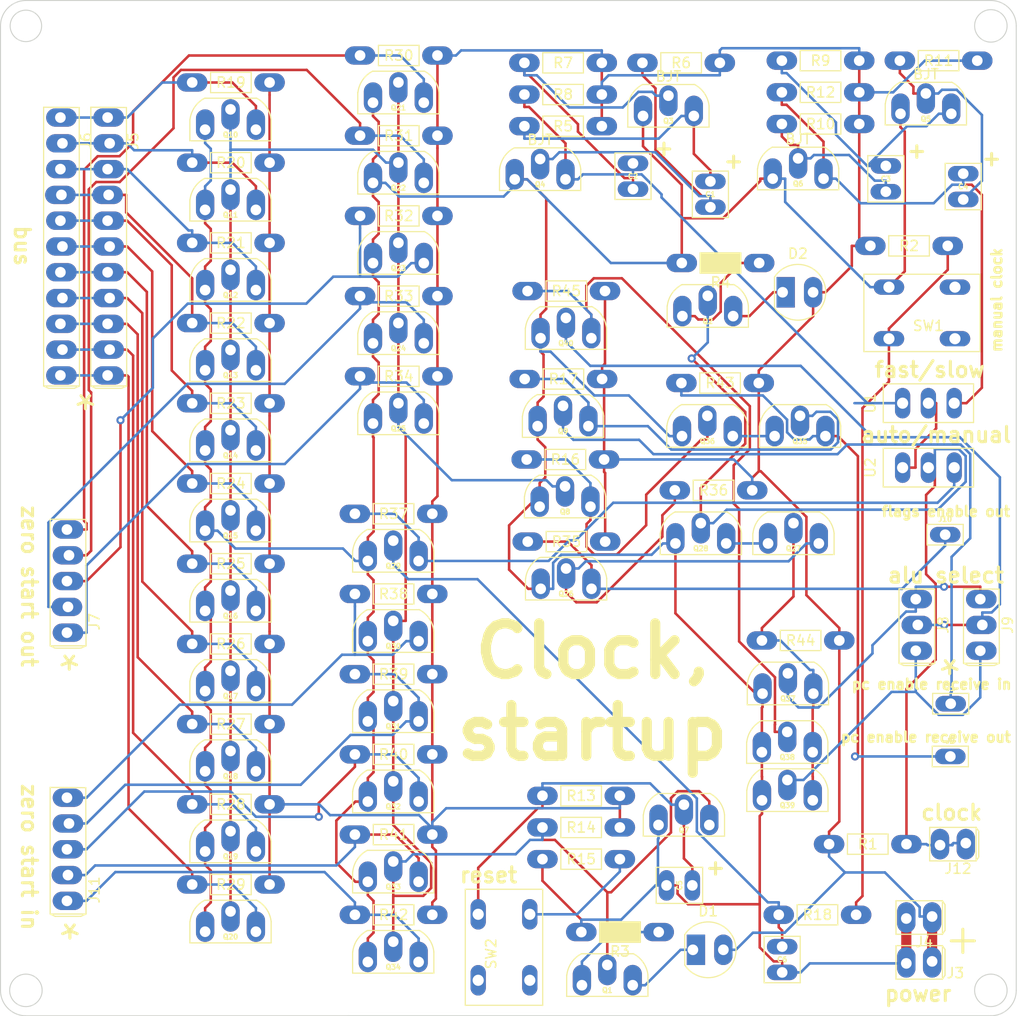
<source format=kicad_pcb>
(kicad_pcb (version 20171130) (host pcbnew 5.1.5+dfsg1-2build2)
  (layers (0 F.Cu signal) (31 B.Cu signal) (34 B.Paste user) (35 F.Paste user) (36 B.SilkS user) (37 F.SilkS user) (38 B.Mask user) (39 F.Mask user) (44 Edge.Cuts user))
  (net 0 "")
  (net 1 "Net-(C1-Pad2)")
  (net 2 "Net-(C1-Pad1)")
  (net 3 "Net-(C2-Pad2)")
  (net 4 /fast_clck/out)
  (net 5 "Net-(C3-Pad2)")
  (net 6 "Net-(C3-Pad1)")
  (net 7 /slow_clck/out)
  (net 8 "Net-(C4-Pad2)")
  (net 9 "Net-(C5-Pad1)")
  (net 10 GND)
  (net 11 /sheet63F5D8BA/in)
  (net 12 "Net-(D1-Pad1)")
  (net 13 +5V)
  (net 14 "Net-(D2-Pad1)")
  (net 15 /sheet63E741C1/in)
  (net 16 /sheet63E741C0/out)
  (net 17 /Sheet63E92C8A/e)
  (net 18 /Sheet63E92C8A/d)
  (net 19 /Sheet63E92C8A/c)
  (net 20 /Sheet63E92C8A/b)
  (net 21 /Sheet63E92C8A/a)
  (net 22 /sheet63E4453A/a)
  (net 23 /sheet63E4453A/b)
  (net 24 /sheet63E4453A/c)
  (net 25 /sheet63E4453A/d)
  (net 26 /sheet63E4453A/e)
  (net 27 /Sheet63E28E4F/k)
  (net 28 /Sheet63E28E4F/j)
  (net 29 /Sheet63E28E4F/i)
  (net 30 /Sheet63E28E4F/h)
  (net 31 /Sheet63E28E4F/g)
  (net 32 /Sheet63E28E4F/f)
  (net 33 /Sheet63E28E4F/e)
  (net 34 /Sheet63E28E4F/d)
  (net 35 /Sheet63E28E4F/c)
  (net 36 /Sheet63E28E4F/b)
  (net 37 /Sheet63E28E4F/a)
  (net 38 /sheet63E014FB/b)
  (net 39 /Sheet63F3BCE0/a)
  (net 40 /Sheet63F3BCE0/b)
  (net 41 /sheet63E014FC/in)
  (net 42 /sheet63F0C454/out)
  (net 43 "Net-(Q1-Pad1)")
  (net 44 /Sheet63E28E4F/ain)
  (net 45 "Net-(Q2-Pad1)")
  (net 46 /sheet63E741C0/b)
  (net 47 /sheet63E741C0/a)
  (net 48 /sheet63F0C454/in)
  (net 49 /sheet63E014FB/a)
  (net 50 "Net-(Q27-Pad1)")
  (net 51 /sheet63F5D8BA/out)
  (net 52 "Net-(Q35-Pad1)")
  (net 53 /Sheet63F3BCE0/c)
  (net 54 /Sheet63F170A3/in)
  (net 55 "Net-(U1-Padcommon)")
  (net 56 "Net-(R15-Pad1)")
  (net 57 "Net-(SW1-Pad3)")
  (net 58 "Net-(SW1-Pad4)")
  (net 59 "Net-(SW2-Pad3)")
  (net 60 "Net-(SW2-Pad4)")
  (module processor2:capacitor (layer F.Cu) (at 119.888 67.818)
    (fp_text reference C1 (at 0 1.27) (layer F.SilkS) (effects (font (size 0.5 0.5) (thickness 0.125))))
    (fp_text value CP)
    (pad 2 thru_hole oval (at 0 2.54) (size 3 1.524) (drill 1.05) (layers *.Cu *.Mask) (net 1 "Net-(C1-Pad2)"))
    (pad 1 thru_hole oval (at 0 0) (size 3 1.524) (drill 1.05) (layers *.Cu *.Mask) (net 2 "Net-(C1-Pad1)"))
  )
  (module processor2:capacitor (layer F.Cu) (at 112.268 66.04)
    (fp_text reference C2 (at 0 1.27) (layer F.SilkS) (effects (font (size 0.5 0.5) (thickness 0.125))))
    (fp_text value CP)
    (pad 2 thru_hole oval (at 0 2.54) (size 3 1.524) (drill 1.05) (layers *.Cu *.Mask) (net 3 "Net-(C2-Pad2)"))
    (pad 1 thru_hole oval (at 0 0) (size 3 1.524) (drill 1.05) (layers *.Cu *.Mask) (net 4 /fast_clck/out))
  )
  (module processor2:capacitor (layer F.Cu) (at 137.16 66.294)
    (fp_text reference C3 (at 0 1.27) (layer F.SilkS) (effects (font (size 0.5 0.5) (thickness 0.125))))
    (fp_text value CP)
    (pad 2 thru_hole oval (at 0 2.54) (size 3 1.524) (drill 1.05) (layers *.Cu *.Mask) (net 5 "Net-(C3-Pad2)"))
    (pad 1 thru_hole oval (at 0 0) (size 3 1.524) (drill 1.05) (layers *.Cu *.Mask) (net 6 "Net-(C3-Pad1)"))
  )
  (module processor2:capacitor (layer F.Cu) (at 144.78 67.056)
    (fp_text reference C4 (at 0 1.27) (layer F.SilkS) (effects (font (size 0.5 0.5) (thickness 0.125))))
    (fp_text value CP)
    (pad 1 thru_hole oval (at 0 0) (size 3 1.524) (drill 1.05) (layers *.Cu *.Mask) (net 7 /slow_clck/out))
    (pad 2 thru_hole oval (at 0 2.54) (size 3 1.524) (drill 1.05) (layers *.Cu *.Mask) (net 8 "Net-(C4-Pad2)"))
  )
  (module processor2:capacitor (layer F.Cu) (at 118.11 137.16 270)
    (fp_text reference C5 (at 0 1.27 90) (layer F.SilkS) (effects (font (size 0.5 0.5) (thickness 0.125))))
    (fp_text value C)
    (pad 1 thru_hole oval (at 0 0 270) (size 3 1.524) (drill 1.05) (layers *.Cu *.Mask) (net 9 "Net-(C5-Pad1)"))
    (pad 2 thru_hole oval (at 0 2.54 270) (size 3 1.524) (drill 1.05) (layers *.Cu *.Mask) (net 10 GND))
  )
  (module processor2:capacitor (layer F.Cu) (at 126.954 143.192)
    (fp_text reference C6 (at 0 1.27) (layer F.SilkS) (effects (font (size 0.5 0.5) (thickness 0.125))))
    (fp_text value C)
    (pad 1 thru_hole oval (at 0 0) (size 3 1.524) (drill 1.05) (layers *.Cu *.Mask) (net 11 /sheet63F5D8BA/in))
    (pad 2 thru_hole oval (at 0 2.54) (size 3 1.524) (drill 1.05) (layers *.Cu *.Mask) (net 10 GND))
  )
  (module processor2:led_5mm_tight (layer F.Cu) (at 119.666 143.504)
    (fp_text reference D1 (at 0 -3.81) (layer F.SilkS))
    (fp_text value LED)
    (pad 1 thru_hole rect (at -1.5 0) (size 1.8 3) (drill 1.05 (offset 0.3 0)) (layers *.Cu *.Mask) (net 12 "Net-(D1-Pad1)"))
    (pad 2 thru_hole oval (at 1.5 0) (size 1.8 3) (drill 1.05) (layers *.Cu *.Mask) (net 13 +5V))
  )
  (module processor2:led_5mm_tight (layer F.Cu) (at 128.5 78.74)
    (fp_text reference D2 (at 0 -3.81) (layer F.SilkS))
    (fp_text value LED)
    (pad 2 thru_hole oval (at 1.5 0) (size 1.8 3) (drill 1.05) (layers *.Cu *.Mask) (net 13 +5V))
    (pad 1 thru_hole rect (at -1.5 0) (size 1.8 3) (drill 1.05 (offset 0.3 0)) (layers *.Cu *.Mask) (net 14 "Net-(D2-Pad1)"))
  )
  (module processor2:1pin (layer F.Cu) (at 143.546 119.264)
    (fp_text reference J1 (at 0 -1.524) (layer F.SilkS) (effects (font (size 0.5 0.5) (thickness 0.125))))
    (fp_text value Conn_01x01_Male)
    (pad 1 thru_hole oval (at 0 0) (size 3 1.524) (drill 1.05) (layers *.Cu *.Mask) (net 15 /sheet63E741C1/in))
  )
  (module processor2:1pin (layer F.Cu) (at 143.51 124.46)
    (fp_text reference J2 (at 0 -1.524) (layer F.SilkS) (effects (font (size 0.5 0.5) (thickness 0.125))))
    (fp_text value Conn_01x01_Male)
    (pad 1 thru_hole oval (at 0 0) (size 3 1.524) (drill 1.05) (layers *.Cu *.Mask) (net 16 /sheet63E741C0/out))
  )
  (module processor2:2pin_tight (layer F.Cu) (at 141.716 144.743)
    (fp_text reference J3 (at 2.302 1.053) (layer F.SilkS))
    (fp_text value Conn_01x02_Male)
    (pad 2 thru_hole oval (at -2.54 0.1) (size 1.8 3) (drill 1.05 (offset 0 -0.1)) (layers *.Cu *.Mask) (net 10 GND))
    (pad 1 thru_hole oval (at 0 -0.1) (size 1.8 3) (drill 1.05 (offset 0 0.1)) (layers *.Cu *.Mask) (net 13 +5V))
  )
  (module processor2:2pin_tight (layer F.Cu) (at 141.716 140.323)
    (fp_text reference J4 (at -0.762 2.413) (layer F.SilkS))
    (fp_text value Conn_01x02_Male)
    (pad 1 thru_hole oval (at 0 -0.1) (size 1.8 3) (drill 1.05 (offset 0 0.1)) (layers *.Cu *.Mask) (net 13 +5V))
    (pad 2 thru_hole oval (at -2.54 0.1) (size 1.8 3) (drill 1.05 (offset 0 -0.1)) (layers *.Cu *.Mask) (net 10 GND))
  )
  (module processor2:11pin_tight (layer F.Cu) (at 60.646 61.528 270)
    (fp_text reference J5 (at 2.3114 -2.413 90) (layer F.SilkS))
    (fp_text value Conn_01x11_Male)
    (pad 1 thru_hole oval (at 0 0.1 270) (size 1.8 3) (drill 1.05 (offset 0 -0.1)) (layers *.Cu *.Mask) (net 27 /Sheet63E28E4F/k))
    (pad 2 thru_hole oval (at 2.54 -0.1 270) (size 1.8 3) (drill 1.05 (offset 0 0.1)) (layers *.Cu *.Mask) (net 28 /Sheet63E28E4F/j))
    (pad 3 thru_hole oval (at 5.08 0.1 270) (size 1.8 3) (drill 1.05 (offset 0 -0.1)) (layers *.Cu *.Mask) (net 29 /Sheet63E28E4F/i))
    (pad 4 thru_hole oval (at 7.62 0 270) (size 1.8 3) (drill 1.05 (offset 0 0.1)) (layers *.Cu *.Mask) (net 30 /Sheet63E28E4F/h))
    (pad 5 thru_hole oval (at 10.16 0.1 270) (size 1.8 3) (drill 1.05 (offset 0 -0.1)) (layers *.Cu *.Mask) (net 31 /Sheet63E28E4F/g))
    (pad 6 thru_hole oval (at 12.7 -0.1 270) (size 1.8 3) (drill 1.05 (offset 0 0.1)) (layers *.Cu *.Mask) (net 32 /Sheet63E28E4F/f))
    (pad 7 thru_hole oval (at 15.24 0.1 270) (size 1.8 3) (drill 1.05 (offset 0 -0.1)) (layers *.Cu *.Mask) (net 33 /Sheet63E28E4F/e))
    (pad 8 thru_hole oval (at 17.78 -0.1 270) (size 1.8 3) (drill 1.05 (offset 0 0.1)) (layers *.Cu *.Mask) (net 34 /Sheet63E28E4F/d))
    (pad 9 thru_hole oval (at 20.32 0.1 270) (size 1.8 3) (drill 1.05 (offset 0 -0.1)) (layers *.Cu *.Mask) (net 35 /Sheet63E28E4F/c))
    (pad 10 thru_hole oval (at 22.86 -0.1 270) (size 1.8 3) (drill 1.05 (offset 0 0.1)) (layers *.Cu *.Mask) (net 36 /Sheet63E28E4F/b))
    (pad 11 thru_hole oval (at 25.4 0.1 270) (size 1.8 3) (drill 1.05 (offset 0 -0.1)) (layers *.Cu *.Mask) (net 37 /Sheet63E28E4F/a))
  )
  (module processor2:11pin_tight (layer F.Cu) (at 55.996 61.528 270)
    (fp_text reference J6 (at 2.3114 -2.413 90) (layer F.SilkS))
    (fp_text value Conn_01x11_Male)
    (pad 11 thru_hole oval (at 25.4 0.1 270) (size 1.8 3) (drill 1.05 (offset 0 -0.1)) (layers *.Cu *.Mask) (net 37 /Sheet63E28E4F/a))
    (pad 10 thru_hole oval (at 22.86 -0.1 270) (size 1.8 3) (drill 1.05 (offset 0 0.1)) (layers *.Cu *.Mask) (net 36 /Sheet63E28E4F/b))
    (pad 9 thru_hole oval (at 20.32 0.1 270) (size 1.8 3) (drill 1.05 (offset 0 -0.1)) (layers *.Cu *.Mask) (net 35 /Sheet63E28E4F/c))
    (pad 8 thru_hole oval (at 17.78 -0.1 270) (size 1.8 3) (drill 1.05 (offset 0 0.1)) (layers *.Cu *.Mask) (net 34 /Sheet63E28E4F/d))
    (pad 7 thru_hole oval (at 15.24 0.1 270) (size 1.8 3) (drill 1.05 (offset 0 -0.1)) (layers *.Cu *.Mask) (net 33 /Sheet63E28E4F/e))
    (pad 6 thru_hole oval (at 12.7 -0.1 270) (size 1.8 3) (drill 1.05 (offset 0 0.1)) (layers *.Cu *.Mask) (net 32 /Sheet63E28E4F/f))
    (pad 5 thru_hole oval (at 10.16 0.1 270) (size 1.8 3) (drill 1.05 (offset 0 -0.1)) (layers *.Cu *.Mask) (net 31 /Sheet63E28E4F/g))
    (pad 4 thru_hole oval (at 7.62 0 270) (size 1.8 3) (drill 1.05 (offset 0 0.1)) (layers *.Cu *.Mask) (net 30 /Sheet63E28E4F/h))
    (pad 3 thru_hole oval (at 5.08 0.1 270) (size 1.8 3) (drill 1.05 (offset 0 -0.1)) (layers *.Cu *.Mask) (net 29 /Sheet63E28E4F/i))
    (pad 2 thru_hole oval (at 2.54 -0.1 270) (size 1.8 3) (drill 1.05 (offset 0 0.1)) (layers *.Cu *.Mask) (net 28 /Sheet63E28E4F/j))
    (pad 1 thru_hole oval (at 0 0.1 270) (size 1.8 3) (drill 1.05 (offset 0 -0.1)) (layers *.Cu *.Mask) (net 27 /Sheet63E28E4F/k))
  )
  (module processor2:5pin_tight (layer F.Cu) (at 56.642 102.108 270)
    (fp_text reference J7 (at 9.0805 -2.6035 90) (layer F.SilkS))
    (fp_text value Conn_01x05_Male)
    (pad 5 thru_hole oval (at 10.16 0.1 270) (size 1.8 3) (drill 1.05 (offset 0 -0.1)) (layers *.Cu *.Mask) (net 17 /Sheet63E92C8A/e))
    (pad 4 thru_hole oval (at 7.62 0 270) (size 1.8 3) (drill 1.05 (offset 0 0.1)) (layers *.Cu *.Mask) (net 18 /Sheet63E92C8A/d))
    (pad 3 thru_hole oval (at 5.08 0.1 270) (size 1.8 3) (drill 1.05 (offset 0 -0.1)) (layers *.Cu *.Mask) (net 19 /Sheet63E92C8A/c))
    (pad 2 thru_hole oval (at 2.54 -0.1 270) (size 1.8 3) (drill 1.05 (offset 0 0.1)) (layers *.Cu *.Mask) (net 20 /Sheet63E92C8A/b))
    (pad 1 thru_hole oval (at 0 0.1 270) (size 1.8 3) (drill 1.05 (offset 0 -0.1)) (layers *.Cu *.Mask) (net 21 /Sheet63E92C8A/a))
  )
  (module processor2:3pin_tight (layer F.Cu) (at 140.208 108.966 270)
    (fp_text reference J8 (at 2.54 -2.6035 90) (layer F.SilkS))
    (fp_text value alu_sel)
    (pad 1 thru_hole oval (at 0 0.1 270) (size 1.8 3) (drill 1.05 (offset 0 -0.1)) (layers *.Cu *.Mask) (net 39 /Sheet63F3BCE0/a))
    (pad 2 thru_hole oval (at 2.54 -0.1 270) (size 1.8 3) (drill 1.05 (offset 0 0.1)) (layers *.Cu *.Mask) (net 41 /sheet63E014FC/in))
    (pad 3 thru_hole oval (at 5.08 0.1 270) (size 1.8 3) (drill 1.05 (offset 0 -0.1)) (layers *.Cu *.Mask) (net 53 /Sheet63F3BCE0/c))
  )
  (module processor2:3pin_tight (layer F.Cu) (at 146.558 108.966 270)
    (fp_text reference J9 (at 2.54 -2.6035 90) (layer F.SilkS))
    (fp_text value alu_sel)
    (pad 3 thru_hole oval (at 5.08 0.1 270) (size 1.8 3) (drill 1.05 (offset 0 -0.1)) (layers *.Cu *.Mask) (net 53 /Sheet63F3BCE0/c))
    (pad 2 thru_hole oval (at 2.54 -0.1 270) (size 1.8 3) (drill 1.05 (offset 0 0.1)) (layers *.Cu *.Mask) (net 41 /sheet63E014FC/in))
    (pad 1 thru_hole oval (at 0 0.1 270) (size 1.8 3) (drill 1.05 (offset 0 -0.1)) (layers *.Cu *.Mask) (net 39 /Sheet63F3BCE0/a))
  )
  (module processor2:1pin (layer F.Cu) (at 143.002 102.616)
    (fp_text reference J10 (at 0 -1.524) (layer F.SilkS) (effects (font (size 0.5 0.5) (thickness 0.125))))
    (fp_text value flags_enable_out)
    (pad 1 thru_hole oval (at 0 0) (size 3 1.524) (drill 1.05) (layers *.Cu *.Mask) (net 42 /sheet63F0C454/out))
  )
  (module processor2:5pin_tight (layer F.Cu) (at 56.642 128.524 270)
    (fp_text reference J11 (at 9.0805 -2.6035 90) (layer F.SilkS))
    (fp_text value Conn_01x05_Male)
    (pad 1 thru_hole oval (at 0 0.1 270) (size 1.8 3) (drill 1.05 (offset 0 -0.1)) (layers *.Cu *.Mask) (net 22 /sheet63E4453A/a))
    (pad 2 thru_hole oval (at 2.54 -0.1 270) (size 1.8 3) (drill 1.05 (offset 0 0.1)) (layers *.Cu *.Mask) (net 23 /sheet63E4453A/b))
    (pad 3 thru_hole oval (at 5.08 0.1 270) (size 1.8 3) (drill 1.05 (offset 0 -0.1)) (layers *.Cu *.Mask) (net 24 /sheet63E4453A/c))
    (pad 4 thru_hole oval (at 7.62 0 270) (size 1.8 3) (drill 1.05 (offset 0 0.1)) (layers *.Cu *.Mask) (net 25 /sheet63E4453A/d))
    (pad 5 thru_hole oval (at 10.16 0.1 270) (size 1.8 3) (drill 1.05 (offset 0 -0.1)) (layers *.Cu *.Mask) (net 26 /sheet63E4453A/e))
  )
  (module processor2:2pin_tight (layer F.Cu) (at 145.034 133.096)
    (fp_text reference J12 (at -0.762 2.413) (layer F.SilkS))
    (fp_text value Conn_01x02_Male)
    (pad 1 thru_hole oval (at 0 -0.1) (size 1.8 3) (drill 1.05 (offset 0 0.1)) (layers *.Cu *.Mask) (net 38 /sheet63E014FB/b))
    (pad 2 thru_hole oval (at -2.54 0.1) (size 1.8 3) (drill 1.05 (offset 0 -0.1)) (layers *.Cu *.Mask) (net 38 /sheet63E014FB/b))
  )
  (module processor2:2n7000_tight (layer F.Cu) (at 109.74 145.992)
    (fp_text reference Q1 (at 0 1.5) (layer F.SilkS) (effects (font (size 0.5 0.5) (thickness 0.125))))
    (fp_text value 2N7000)
    (pad 1 thru_hole oval (at -2.5 1) (size 1.8 3) (drill 1.05 (offset 0 -0.5)) (layers *.Cu *.Mask) (net 43 "Net-(Q1-Pad1)"))
    (pad 2 thru_hole oval (at 0 -1) (size 1.8 3) (drill 1.05 (offset 0 0.5)) (layers *.Cu *.Mask) (net 44 /Sheet63E28E4F/ain))
    (pad 3 thru_hole oval (at 2.5 1) (size 1.8 3) (drill 1.05 (offset 0 -0.5)) (layers *.Cu *.Mask) (net 12 "Net-(D1-Pad1)"))
  )
  (module processor2:2n7000_tight (layer F.Cu) (at 119.63 80.0875)
    (fp_text reference Q2 (at 0 1.5) (layer F.SilkS) (effects (font (size 0.5 0.5) (thickness 0.125))))
    (fp_text value 2N7000)
    (pad 1 thru_hole oval (at -2.5 1) (size 1.8 3) (drill 1.05 (offset 0 -0.5)) (layers *.Cu *.Mask) (net 45 "Net-(Q2-Pad1)"))
    (pad 2 thru_hole oval (at 0 -1) (size 1.8 3) (drill 1.05 (offset 0 0.5)) (layers *.Cu *.Mask) (net 38 /sheet63E014FB/b))
    (pad 3 thru_hole oval (at 2.5 1) (size 1.8 3) (drill 1.05 (offset 0 -0.5)) (layers *.Cu *.Mask) (net 14 "Net-(D2-Pad1)"))
  )
  (module processor2:bjt (layer F.Cu) (at 115.756 60.3735)
    (fp_text reference Q3 (at 0 1.5) (layer F.SilkS) (effects (font (size 0.5 0.5) (thickness 0.125))))
    (fp_text value 2N2219)
    (fp_text user BJT (at 0 -2.9) (layer F.SilkS))
    (pad 3 thru_hole oval (at 2.5 1) (size 1.8 3) (drill 1.05 (offset 0 -0.5)) (layers *.Cu *.Mask) (net 2 "Net-(C1-Pad1)"))
    (pad 2 thru_hole oval (at 0 -1) (size 1.8 3) (drill 1.05 (offset 0 0.5)) (layers *.Cu *.Mask) (net 3 "Net-(C2-Pad2)"))
    (pad 1 thru_hole oval (at -2.5 1) (size 1.8 3) (drill 1.05 (offset 0 -0.5)) (layers *.Cu *.Mask) (net 10 GND))
  )
  (module processor2:bjt (layer F.Cu) (at 103.124 66.6135)
    (fp_text reference Q4 (at 0 1.5) (layer F.SilkS) (effects (font (size 0.5 0.5) (thickness 0.125))))
    (fp_text value 2N2219)
    (fp_text user BJT (at 0 -2.9) (layer F.SilkS))
    (pad 1 thru_hole oval (at -2.5 1) (size 1.8 3) (drill 1.05 (offset 0 -0.5)) (layers *.Cu *.Mask) (net 10 GND))
    (pad 2 thru_hole oval (at 0 -1) (size 1.8 3) (drill 1.05 (offset 0 0.5)) (layers *.Cu *.Mask) (net 1 "Net-(C1-Pad2)"))
    (pad 3 thru_hole oval (at 2.5 1) (size 1.8 3) (drill 1.05 (offset 0 -0.5)) (layers *.Cu *.Mask) (net 4 /fast_clck/out))
  )
  (module processor2:bjt (layer F.Cu) (at 141.102 60.1575)
    (fp_text reference Q5 (at 0 1.5) (layer F.SilkS) (effects (font (size 0.5 0.5) (thickness 0.125))))
    (fp_text value 2N2219)
    (fp_text user BJT (at 0 -2.9) (layer F.SilkS))
    (pad 1 thru_hole oval (at -2.5 1) (size 1.8 3) (drill 1.05 (offset 0 -0.5)) (layers *.Cu *.Mask) (net 10 GND))
    (pad 2 thru_hole oval (at 0 -1) (size 1.8 3) (drill 1.05 (offset 0 0.5)) (layers *.Cu *.Mask) (net 8 "Net-(C4-Pad2)"))
    (pad 3 thru_hole oval (at 2.5 1) (size 1.8 3) (drill 1.05 (offset 0 -0.5)) (layers *.Cu *.Mask) (net 6 "Net-(C3-Pad1)"))
  )
  (module processor2:bjt (layer F.Cu) (at 128.524 66.548)
    (fp_text reference Q6 (at 0 1.5) (layer F.SilkS) (effects (font (size 0.5 0.5) (thickness 0.125))))
    (fp_text value 2N2219)
    (fp_text user BJT (at 0 -2.9) (layer F.SilkS))
    (pad 3 thru_hole oval (at 2.5 1) (size 1.8 3) (drill 1.05 (offset 0 -0.5)) (layers *.Cu *.Mask) (net 7 /slow_clck/out))
    (pad 2 thru_hole oval (at 0 -1) (size 1.8 3) (drill 1.05 (offset 0 0.5)) (layers *.Cu *.Mask) (net 5 "Net-(C3-Pad2)"))
    (pad 1 thru_hole oval (at -2.5 1) (size 1.8 3) (drill 1.05 (offset 0 -0.5)) (layers *.Cu *.Mask) (net 10 GND))
  )
  (module processor2:2n7000_tight (layer F.Cu) (at 117.28 130.21)
    (fp_text reference Q7 (at 0 1.5) (layer F.SilkS) (effects (font (size 0.5 0.5) (thickness 0.125))))
    (fp_text value 2N7000)
    (pad 3 thru_hole oval (at 2.5 1) (size 1.8 3) (drill 1.05 (offset 0 -0.5)) (layers *.Cu *.Mask) (net 44 /Sheet63E28E4F/ain))
    (pad 2 thru_hole oval (at 0 -1) (size 1.8 3) (drill 1.05 (offset 0 0.5)) (layers *.Cu *.Mask) (net 9 "Net-(C5-Pad1)"))
    (pad 1 thru_hole oval (at -2.5 1) (size 1.8 3) (drill 1.05 (offset 0 -0.5)) (layers *.Cu *.Mask) (net 10 GND))
  )
  (module processor2:2n7000_tight (layer F.Cu) (at 105.578 98.856)
    (fp_text reference Q8 (at 0 1.5) (layer F.SilkS) (effects (font (size 0.5 0.5) (thickness 0.125))))
    (fp_text value 2N7000)
    (pad 3 thru_hole oval (at 2.5 1) (size 1.8 3) (drill 1.05 (offset 0 -0.5)) (layers *.Cu *.Mask) (net 46 /sheet63E741C0/b))
    (pad 2 thru_hole oval (at 0 -1) (size 1.8 3) (drill 1.05 (offset 0 0.5)) (layers *.Cu *.Mask) (net 44 /Sheet63E28E4F/ain))
    (pad 1 thru_hole oval (at -2.5 1) (size 1.8 3) (drill 1.05 (offset 0 -0.5)) (layers *.Cu *.Mask) (net 10 GND))
  )
  (module processor2:2n7000_tight (layer F.Cu) (at 105.38 90.926)
    (fp_text reference Q9 (at 0 1.5) (layer F.SilkS) (effects (font (size 0.5 0.5) (thickness 0.125))))
    (fp_text value 2N7000)
    (pad 3 thru_hole oval (at 2.5 1) (size 1.8 3) (drill 1.05 (offset 0 -0.5)) (layers *.Cu *.Mask) (net 47 /sheet63E741C0/a))
    (pad 2 thru_hole oval (at 0 -1) (size 1.8 3) (drill 1.05 (offset 0 0.5)) (layers *.Cu *.Mask) (net 15 /sheet63E741C1/in))
    (pad 1 thru_hole oval (at -2.5 1) (size 1.8 3) (drill 1.05 (offset 0 -0.5)) (layers *.Cu *.Mask) (net 10 GND))
  )
  (module processor2:2n7000_tight (layer F.Cu) (at 72.644 61.722)
    (fp_text reference Q10 (at 0 1.5) (layer F.SilkS) (effects (font (size 0.5 0.5) (thickness 0.125))))
    (fp_text value 2N7000)
    (pad 3 thru_hole oval (at 2.5 1) (size 1.8 3) (drill 1.05 (offset 0 -0.5)) (layers *.Cu *.Mask) (net 27 /Sheet63E28E4F/k))
    (pad 2 thru_hole oval (at 0 -1) (size 1.8 3) (drill 1.05 (offset 0 0.5)) (layers *.Cu *.Mask) (net 44 /Sheet63E28E4F/ain))
    (pad 1 thru_hole oval (at -2.5 1) (size 1.8 3) (drill 1.05 (offset 0 -0.5)) (layers *.Cu *.Mask) (net 10 GND))
  )
  (module processor2:2n7000_tight (layer F.Cu) (at 72.644 69.622)
    (fp_text reference Q11 (at 0 1.5) (layer F.SilkS) (effects (font (size 0.5 0.5) (thickness 0.125))))
    (fp_text value 2N7000)
    (pad 3 thru_hole oval (at 2.5 1) (size 1.8 3) (drill 1.05 (offset 0 -0.5)) (layers *.Cu *.Mask) (net 28 /Sheet63E28E4F/j))
    (pad 2 thru_hole oval (at 0 -1) (size 1.8 3) (drill 1.05 (offset 0 0.5)) (layers *.Cu *.Mask) (net 44 /Sheet63E28E4F/ain))
    (pad 1 thru_hole oval (at -2.5 1) (size 1.8 3) (drill 1.05 (offset 0 -0.5)) (layers *.Cu *.Mask) (net 10 GND))
  )
  (module processor2:2n7000_tight (layer F.Cu) (at 72.644 77.522)
    (fp_text reference Q12 (at 0 1.5) (layer F.SilkS) (effects (font (size 0.5 0.5) (thickness 0.125))))
    (fp_text value 2N7000)
    (pad 3 thru_hole oval (at 2.5 1) (size 1.8 3) (drill 1.05 (offset 0 -0.5)) (layers *.Cu *.Mask) (net 29 /Sheet63E28E4F/i))
    (pad 2 thru_hole oval (at 0 -1) (size 1.8 3) (drill 1.05 (offset 0 0.5)) (layers *.Cu *.Mask) (net 44 /Sheet63E28E4F/ain))
    (pad 1 thru_hole oval (at -2.5 1) (size 1.8 3) (drill 1.05 (offset 0 -0.5)) (layers *.Cu *.Mask) (net 10 GND))
  )
  (module processor2:2n7000_tight (layer F.Cu) (at 72.644 85.422)
    (fp_text reference Q13 (at 0 1.5) (layer F.SilkS) (effects (font (size 0.5 0.5) (thickness 0.125))))
    (fp_text value 2N7000)
    (pad 3 thru_hole oval (at 2.5 1) (size 1.8 3) (drill 1.05 (offset 0 -0.5)) (layers *.Cu *.Mask) (net 30 /Sheet63E28E4F/h))
    (pad 2 thru_hole oval (at 0 -1) (size 1.8 3) (drill 1.05 (offset 0 0.5)) (layers *.Cu *.Mask) (net 44 /Sheet63E28E4F/ain))
    (pad 1 thru_hole oval (at -2.5 1) (size 1.8 3) (drill 1.05 (offset 0 -0.5)) (layers *.Cu *.Mask) (net 10 GND))
  )
  (module processor2:2n7000_tight (layer F.Cu) (at 72.644 93.322)
    (fp_text reference Q14 (at 0 1.5) (layer F.SilkS) (effects (font (size 0.5 0.5) (thickness 0.125))))
    (fp_text value 2N7000)
    (pad 3 thru_hole oval (at 2.5 1) (size 1.8 3) (drill 1.05 (offset 0 -0.5)) (layers *.Cu *.Mask) (net 31 /Sheet63E28E4F/g))
    (pad 2 thru_hole oval (at 0 -1) (size 1.8 3) (drill 1.05 (offset 0 0.5)) (layers *.Cu *.Mask) (net 44 /Sheet63E28E4F/ain))
    (pad 1 thru_hole oval (at -2.5 1) (size 1.8 3) (drill 1.05 (offset 0 -0.5)) (layers *.Cu *.Mask) (net 10 GND))
  )
  (module processor2:2n7000_tight (layer F.Cu) (at 72.644 101.222)
    (fp_text reference Q15 (at 0 1.5) (layer F.SilkS) (effects (font (size 0.5 0.5) (thickness 0.125))))
    (fp_text value 2N7000)
    (pad 3 thru_hole oval (at 2.5 1) (size 1.8 3) (drill 1.05 (offset 0 -0.5)) (layers *.Cu *.Mask) (net 32 /Sheet63E28E4F/f))
    (pad 2 thru_hole oval (at 0 -1) (size 1.8 3) (drill 1.05 (offset 0 0.5)) (layers *.Cu *.Mask) (net 44 /Sheet63E28E4F/ain))
    (pad 1 thru_hole oval (at -2.5 1) (size 1.8 3) (drill 1.05 (offset 0 -0.5)) (layers *.Cu *.Mask) (net 10 GND))
  )
  (module processor2:2n7000_tight (layer F.Cu) (at 72.644 109.122)
    (fp_text reference Q16 (at 0 1.5) (layer F.SilkS) (effects (font (size 0.5 0.5) (thickness 0.125))))
    (fp_text value 2N7000)
    (pad 3 thru_hole oval (at 2.5 1) (size 1.8 3) (drill 1.05 (offset 0 -0.5)) (layers *.Cu *.Mask) (net 33 /Sheet63E28E4F/e))
    (pad 2 thru_hole oval (at 0 -1) (size 1.8 3) (drill 1.05 (offset 0 0.5)) (layers *.Cu *.Mask) (net 44 /Sheet63E28E4F/ain))
    (pad 1 thru_hole oval (at -2.5 1) (size 1.8 3) (drill 1.05 (offset 0 -0.5)) (layers *.Cu *.Mask) (net 10 GND))
  )
  (module processor2:2n7000_tight (layer F.Cu) (at 72.644 117.022)
    (fp_text reference Q17 (at 0 1.5) (layer F.SilkS) (effects (font (size 0.5 0.5) (thickness 0.125))))
    (fp_text value 2N7000)
    (pad 1 thru_hole oval (at -2.5 1) (size 1.8 3) (drill 1.05 (offset 0 -0.5)) (layers *.Cu *.Mask) (net 10 GND))
    (pad 2 thru_hole oval (at 0 -1) (size 1.8 3) (drill 1.05 (offset 0 0.5)) (layers *.Cu *.Mask) (net 44 /Sheet63E28E4F/ain))
    (pad 3 thru_hole oval (at 2.5 1) (size 1.8 3) (drill 1.05 (offset 0 -0.5)) (layers *.Cu *.Mask) (net 34 /Sheet63E28E4F/d))
  )
  (module processor2:2n7000_tight (layer F.Cu) (at 72.644 124.922)
    (fp_text reference Q18 (at 0 1.5) (layer F.SilkS) (effects (font (size 0.5 0.5) (thickness 0.125))))
    (fp_text value 2N7000)
    (pad 1 thru_hole oval (at -2.5 1) (size 1.8 3) (drill 1.05 (offset 0 -0.5)) (layers *.Cu *.Mask) (net 10 GND))
    (pad 2 thru_hole oval (at 0 -1) (size 1.8 3) (drill 1.05 (offset 0 0.5)) (layers *.Cu *.Mask) (net 44 /Sheet63E28E4F/ain))
    (pad 3 thru_hole oval (at 2.5 1) (size 1.8 3) (drill 1.05 (offset 0 -0.5)) (layers *.Cu *.Mask) (net 35 /Sheet63E28E4F/c))
  )
  (module processor2:2n7000_tight (layer F.Cu) (at 72.644 132.822)
    (fp_text reference Q19 (at 0 1.5) (layer F.SilkS) (effects (font (size 0.5 0.5) (thickness 0.125))))
    (fp_text value 2N7000)
    (pad 1 thru_hole oval (at -2.5 1) (size 1.8 3) (drill 1.05 (offset 0 -0.5)) (layers *.Cu *.Mask) (net 10 GND))
    (pad 2 thru_hole oval (at 0 -1) (size 1.8 3) (drill 1.05 (offset 0 0.5)) (layers *.Cu *.Mask) (net 44 /Sheet63E28E4F/ain))
    (pad 3 thru_hole oval (at 2.5 1) (size 1.8 3) (drill 1.05 (offset 0 -0.5)) (layers *.Cu *.Mask) (net 36 /Sheet63E28E4F/b))
  )
  (module processor2:2n7000_tight (layer F.Cu) (at 72.644 140.722)
    (fp_text reference Q20 (at 0 1.5) (layer F.SilkS) (effects (font (size 0.5 0.5) (thickness 0.125))))
    (fp_text value 2N7000)
    (pad 1 thru_hole oval (at -2.5 1) (size 1.8 3) (drill 1.05 (offset 0 -0.5)) (layers *.Cu *.Mask) (net 10 GND))
    (pad 2 thru_hole oval (at 0 -1) (size 1.8 3) (drill 1.05 (offset 0 0.5)) (layers *.Cu *.Mask) (net 44 /Sheet63E28E4F/ain))
    (pad 3 thru_hole oval (at 2.5 1) (size 1.8 3) (drill 1.05 (offset 0 -0.5)) (layers *.Cu *.Mask) (net 37 /Sheet63E28E4F/a))
  )
  (module processor2:2n7000_tight (layer F.Cu) (at 89.172 59.064)
    (fp_text reference Q21 (at 0 1.5) (layer F.SilkS) (effects (font (size 0.5 0.5) (thickness 0.125))))
    (fp_text value 2N7000)
    (pad 1 thru_hole oval (at -2.5 1) (size 1.8 3) (drill 1.05 (offset 0 -0.5)) (layers *.Cu *.Mask) (net 10 GND))
    (pad 2 thru_hole oval (at 0 -1) (size 1.8 3) (drill 1.05 (offset 0 0.5)) (layers *.Cu *.Mask) (net 44 /Sheet63E28E4F/ain))
    (pad 3 thru_hole oval (at 2.5 1) (size 1.8 3) (drill 1.05 (offset 0 -0.5)) (layers *.Cu *.Mask) (net 21 /Sheet63E92C8A/a))
  )
  (module processor2:2n7000_tight (layer F.Cu) (at 89.172 66.964)
    (fp_text reference Q22 (at 0 1.5) (layer F.SilkS) (effects (font (size 0.5 0.5) (thickness 0.125))))
    (fp_text value 2N7000)
    (pad 1 thru_hole oval (at -2.5 1) (size 1.8 3) (drill 1.05 (offset 0 -0.5)) (layers *.Cu *.Mask) (net 10 GND))
    (pad 2 thru_hole oval (at 0 -1) (size 1.8 3) (drill 1.05 (offset 0 0.5)) (layers *.Cu *.Mask) (net 44 /Sheet63E28E4F/ain))
    (pad 3 thru_hole oval (at 2.5 1) (size 1.8 3) (drill 1.05 (offset 0 -0.5)) (layers *.Cu *.Mask) (net 20 /Sheet63E92C8A/b))
  )
  (module processor2:2n7000_tight (layer F.Cu) (at 89.172 74.864)
    (fp_text reference Q23 (at 0 1.5) (layer F.SilkS) (effects (font (size 0.5 0.5) (thickness 0.125))))
    (fp_text value 2N7000)
    (pad 1 thru_hole oval (at -2.5 1) (size 1.8 3) (drill 1.05 (offset 0 -0.5)) (layers *.Cu *.Mask) (net 10 GND))
    (pad 2 thru_hole oval (at 0 -1) (size 1.8 3) (drill 1.05 (offset 0 0.5)) (layers *.Cu *.Mask) (net 44 /Sheet63E28E4F/ain))
    (pad 3 thru_hole oval (at 2.5 1) (size 1.8 3) (drill 1.05 (offset 0 -0.5)) (layers *.Cu *.Mask) (net 19 /Sheet63E92C8A/c))
  )
  (module processor2:2n7000_tight (layer F.Cu) (at 89.172 82.764)
    (fp_text reference Q24 (at 0 1.5) (layer F.SilkS) (effects (font (size 0.5 0.5) (thickness 0.125))))
    (fp_text value 2N7000)
    (pad 1 thru_hole oval (at -2.5 1) (size 1.8 3) (drill 1.05 (offset 0 -0.5)) (layers *.Cu *.Mask) (net 10 GND))
    (pad 2 thru_hole oval (at 0 -1) (size 1.8 3) (drill 1.05 (offset 0 0.5)) (layers *.Cu *.Mask) (net 44 /Sheet63E28E4F/ain))
    (pad 3 thru_hole oval (at 2.5 1) (size 1.8 3) (drill 1.05 (offset 0 -0.5)) (layers *.Cu *.Mask) (net 18 /Sheet63E92C8A/d))
  )
  (module processor2:2n7000_tight (layer F.Cu) (at 89.172 90.664)
    (fp_text reference Q25 (at 0 1.5) (layer F.SilkS) (effects (font (size 0.5 0.5) (thickness 0.125))))
    (fp_text value 2N7000)
    (pad 1 thru_hole oval (at -2.5 1) (size 1.8 3) (drill 1.05 (offset 0 -0.5)) (layers *.Cu *.Mask) (net 10 GND))
    (pad 2 thru_hole oval (at 0 -1) (size 1.8 3) (drill 1.05 (offset 0 0.5)) (layers *.Cu *.Mask) (net 44 /Sheet63E28E4F/ain))
    (pad 3 thru_hole oval (at 2.5 1) (size 1.8 3) (drill 1.05 (offset 0 -0.5)) (layers *.Cu *.Mask) (net 17 /Sheet63E92C8A/e))
  )
  (module processor2:2n7000_tight (layer F.Cu) (at 105.682 106.946)
    (fp_text reference Q26 (at 0 1.5) (layer F.SilkS) (effects (font (size 0.5 0.5) (thickness 0.125))))
    (fp_text value 2N7000)
    (pad 1 thru_hole oval (at -2.5 1) (size 1.8 3) (drill 1.05 (offset 0 -0.5)) (layers *.Cu *.Mask) (net 10 GND))
    (pad 2 thru_hole oval (at 0 -1) (size 1.8 3) (drill 1.05 (offset 0 0.5)) (layers *.Cu *.Mask) (net 48 /sheet63F0C454/in))
    (pad 3 thru_hole oval (at 2.5 1) (size 1.8 3) (drill 1.05 (offset 0 -0.5)) (layers *.Cu *.Mask) (net 42 /sheet63F0C454/out))
  )
  (module processor2:2n7000_tight (layer F.Cu) (at 128.066 102.478)
    (fp_text reference Q27 (at 0 1.5) (layer F.SilkS) (effects (font (size 0.5 0.5) (thickness 0.125))))
    (fp_text value 2N7000)
    (pad 3 thru_hole oval (at 2.5 1) (size 1.8 3) (drill 1.05 (offset 0 -0.5)) (layers *.Cu *.Mask) (net 48 /sheet63F0C454/in))
    (pad 2 thru_hole oval (at 0 -1) (size 1.8 3) (drill 1.05 (offset 0 0.5)) (layers *.Cu *.Mask) (net 49 /sheet63E014FB/a))
    (pad 1 thru_hole oval (at -2.5 1) (size 1.8 3) (drill 1.05 (offset 0 -0.5)) (layers *.Cu *.Mask) (net 50 "Net-(Q27-Pad1)"))
  )
  (module processor2:2n7000_tight (layer F.Cu) (at 118.946 102.478)
    (fp_text reference Q28 (at 0 1.5) (layer F.SilkS) (effects (font (size 0.5 0.5) (thickness 0.125))))
    (fp_text value 2N7000)
    (pad 1 thru_hole oval (at -2.5 1) (size 1.8 3) (drill 1.05 (offset 0 -0.5)) (layers *.Cu *.Mask) (net 10 GND))
    (pad 2 thru_hole oval (at 0 -1) (size 1.8 3) (drill 1.05 (offset 0 0.5)) (layers *.Cu *.Mask) (net 38 /sheet63E014FB/b))
    (pad 3 thru_hole oval (at 2.5 1) (size 1.8 3) (drill 1.05 (offset 0 -0.5)) (layers *.Cu *.Mask) (net 50 "Net-(Q27-Pad1)"))
  )
  (module processor2:2n7000_tight (layer F.Cu) (at 88.664 104.204)
    (fp_text reference Q29 (at 0 1.5) (layer F.SilkS) (effects (font (size 0.5 0.5) (thickness 0.125))))
    (fp_text value 2N7000)
    (pad 3 thru_hole oval (at 2.5 1) (size 1.8 3) (drill 1.05 (offset 0 -0.5)) (layers *.Cu *.Mask) (net 51 /sheet63F5D8BA/out))
    (pad 2 thru_hole oval (at 0 -1) (size 1.8 3) (drill 1.05 (offset 0 0.5)) (layers *.Cu *.Mask) (net 11 /sheet63F5D8BA/in))
    (pad 1 thru_hole oval (at -2.5 1) (size 1.8 3) (drill 1.05 (offset 0 -0.5)) (layers *.Cu *.Mask) (net 10 GND))
  )
  (module processor2:2n7000_tight (layer F.Cu) (at 88.664 112.104)
    (fp_text reference Q30 (at 0 1.5) (layer F.SilkS) (effects (font (size 0.5 0.5) (thickness 0.125))))
    (fp_text value 2N7000)
    (pad 3 thru_hole oval (at 2.5 1) (size 1.8 3) (drill 1.05 (offset 0 -0.5)) (layers *.Cu *.Mask) (net 22 /sheet63E4453A/a))
    (pad 2 thru_hole oval (at 0 -1) (size 1.8 3) (drill 1.05 (offset 0 0.5)) (layers *.Cu *.Mask) (net 44 /Sheet63E28E4F/ain))
    (pad 1 thru_hole oval (at -2.5 1) (size 1.8 3) (drill 1.05 (offset 0 -0.5)) (layers *.Cu *.Mask) (net 10 GND))
  )
  (module processor2:2n7000_tight (layer F.Cu) (at 88.664 120.004)
    (fp_text reference Q31 (at 0 1.5) (layer F.SilkS) (effects (font (size 0.5 0.5) (thickness 0.125))))
    (fp_text value 2N7000)
    (pad 3 thru_hole oval (at 2.5 1) (size 1.8 3) (drill 1.05 (offset 0 -0.5)) (layers *.Cu *.Mask) (net 23 /sheet63E4453A/b))
    (pad 2 thru_hole oval (at 0 -1) (size 1.8 3) (drill 1.05 (offset 0 0.5)) (layers *.Cu *.Mask) (net 44 /Sheet63E28E4F/ain))
    (pad 1 thru_hole oval (at -2.5 1) (size 1.8 3) (drill 1.05 (offset 0 -0.5)) (layers *.Cu *.Mask) (net 10 GND))
  )
  (module processor2:2n7000_tight (layer F.Cu) (at 88.664 127.904)
    (fp_text reference Q32 (at 0 1.5) (layer F.SilkS) (effects (font (size 0.5 0.5) (thickness 0.125))))
    (fp_text value 2N7000)
    (pad 1 thru_hole oval (at -2.5 1) (size 1.8 3) (drill 1.05 (offset 0 -0.5)) (layers *.Cu *.Mask) (net 10 GND))
    (pad 2 thru_hole oval (at 0 -1) (size 1.8 3) (drill 1.05 (offset 0 0.5)) (layers *.Cu *.Mask) (net 44 /Sheet63E28E4F/ain))
    (pad 3 thru_hole oval (at 2.5 1) (size 1.8 3) (drill 1.05 (offset 0 -0.5)) (layers *.Cu *.Mask) (net 24 /sheet63E4453A/c))
  )
  (module processor2:2n7000_tight (layer F.Cu) (at 88.664 135.804)
    (fp_text reference Q33 (at 0 1.5) (layer F.SilkS) (effects (font (size 0.5 0.5) (thickness 0.125))))
    (fp_text value 2N7000)
    (pad 3 thru_hole oval (at 2.5 1) (size 1.8 3) (drill 1.05 (offset 0 -0.5)) (layers *.Cu *.Mask) (net 25 /sheet63E4453A/d))
    (pad 2 thru_hole oval (at 0 -1) (size 1.8 3) (drill 1.05 (offset 0 0.5)) (layers *.Cu *.Mask) (net 44 /Sheet63E28E4F/ain))
    (pad 1 thru_hole oval (at -2.5 1) (size 1.8 3) (drill 1.05 (offset 0 -0.5)) (layers *.Cu *.Mask) (net 10 GND))
  )
  (module processor2:2n7000_tight (layer F.Cu) (at 88.664 143.704)
    (fp_text reference Q34 (at 0 1.5) (layer F.SilkS) (effects (font (size 0.5 0.5) (thickness 0.125))))
    (fp_text value 2N7000)
    (pad 1 thru_hole oval (at -2.5 1) (size 1.8 3) (drill 1.05 (offset 0 -0.5)) (layers *.Cu *.Mask) (net 10 GND))
    (pad 2 thru_hole oval (at 0 -1) (size 1.8 3) (drill 1.05 (offset 0 0.5)) (layers *.Cu *.Mask) (net 44 /Sheet63E28E4F/ain))
    (pad 3 thru_hole oval (at 2.5 1) (size 1.8 3) (drill 1.05 (offset 0 -0.5)) (layers *.Cu *.Mask) (net 26 /sheet63E4453A/e))
  )
  (module processor2:2n7000_tight (layer F.Cu) (at 128.712 91.9075)
    (fp_text reference Q35 (at 0 1.5) (layer F.SilkS) (effects (font (size 0.5 0.5) (thickness 0.125))))
    (fp_text value 2N7000)
    (pad 3 thru_hole oval (at 2.5 1) (size 1.8 3) (drill 1.05 (offset 0 -0.5)) (layers *.Cu *.Mask) (net 16 /sheet63E741C0/out))
    (pad 2 thru_hole oval (at 0 -1) (size 1.8 3) (drill 1.05 (offset 0 0.5)) (layers *.Cu *.Mask) (net 47 /sheet63E741C0/a))
    (pad 1 thru_hole oval (at -2.5 1) (size 1.8 3) (drill 1.05 (offset 0 -0.5)) (layers *.Cu *.Mask) (net 52 "Net-(Q35-Pad1)"))
  )
  (module processor2:2n7000_tight (layer F.Cu) (at 119.592 91.9075)
    (fp_text reference Q36 (at 0 1.5) (layer F.SilkS) (effects (font (size 0.5 0.5) (thickness 0.125))))
    (fp_text value 2N7000)
    (pad 1 thru_hole oval (at -2.5 1) (size 1.8 3) (drill 1.05 (offset 0 -0.5)) (layers *.Cu *.Mask) (net 10 GND))
    (pad 2 thru_hole oval (at 0 -1) (size 1.8 3) (drill 1.05 (offset 0 0.5)) (layers *.Cu *.Mask) (net 46 /sheet63E741C0/b))
    (pad 3 thru_hole oval (at 2.5 1) (size 1.8 3) (drill 1.05 (offset 0 -0.5)) (layers *.Cu *.Mask) (net 52 "Net-(Q35-Pad1)"))
  )
  (module processor2:2n7000_tight (layer F.Cu) (at 127.52 117.27)
    (fp_text reference Q37 (at 0 1.5) (layer F.SilkS) (effects (font (size 0.5 0.5) (thickness 0.125))))
    (fp_text value 2N7000)
    (pad 3 thru_hole oval (at 2.5 1) (size 1.8 3) (drill 1.05 (offset 0 -0.5)) (layers *.Cu *.Mask) (net 49 /sheet63E014FB/a))
    (pad 2 thru_hole oval (at 0 -1) (size 1.8 3) (drill 1.05 (offset 0 0.5)) (layers *.Cu *.Mask) (net 39 /Sheet63F3BCE0/a))
    (pad 1 thru_hole oval (at -2.5 1) (size 1.8 3) (drill 1.05 (offset 0 -0.5)) (layers *.Cu *.Mask) (net 10 GND))
  )
  (module processor2:2n7000_tight (layer F.Cu) (at 127.456 123.04)
    (fp_text reference Q38 (at 0 1.5) (layer F.SilkS) (effects (font (size 0.5 0.5) (thickness 0.125))))
    (fp_text value 2N7000)
    (pad 1 thru_hole oval (at -2.5 1) (size 1.8 3) (drill 1.05 (offset 0 -0.5)) (layers *.Cu *.Mask) (net 10 GND))
    (pad 2 thru_hole oval (at 0 -1) (size 1.8 3) (drill 1.05 (offset 0 0.5)) (layers *.Cu *.Mask) (net 40 /Sheet63F3BCE0/b))
    (pad 3 thru_hole oval (at 2.5 1) (size 1.8 3) (drill 1.05 (offset 0 -0.5)) (layers *.Cu *.Mask) (net 49 /sheet63E014FB/a))
  )
  (module processor2:2n7000_tight (layer F.Cu) (at 127.468 127.778)
    (fp_text reference Q39 (at 0 1.5) (layer F.SilkS) (effects (font (size 0.5 0.5) (thickness 0.125))))
    (fp_text value 2N7000)
    (pad 3 thru_hole oval (at 2.5 1) (size 1.8 3) (drill 1.05 (offset 0 -0.5)) (layers *.Cu *.Mask) (net 49 /sheet63E014FB/a))
    (pad 2 thru_hole oval (at 0 -1) (size 1.8 3) (drill 1.05 (offset 0 0.5)) (layers *.Cu *.Mask) (net 53 /Sheet63F3BCE0/c))
    (pad 1 thru_hole oval (at -2.5 1) (size 1.8 3) (drill 1.05 (offset 0 -0.5)) (layers *.Cu *.Mask) (net 10 GND))
  )
  (module processor2:2n7000_tight (layer F.Cu) (at 105.666 82.262)
    (fp_text reference Q40 (at 0 1.5) (layer F.SilkS) (effects (font (size 0.5 0.5) (thickness 0.125))))
    (fp_text value 2N7000)
    (pad 1 thru_hole oval (at -2.5 1) (size 1.8 3) (drill 1.05 (offset 0 -0.5)) (layers *.Cu *.Mask) (net 10 GND))
    (pad 2 thru_hole oval (at 0 -1) (size 1.8 3) (drill 1.05 (offset 0 0.5)) (layers *.Cu *.Mask) (net 41 /sheet63E014FC/in))
    (pad 3 thru_hole oval (at 2.5 1) (size 1.8 3) (drill 1.05 (offset 0 -0.5)) (layers *.Cu *.Mask) (net 40 /Sheet63F3BCE0/b))
  )
  (module processor2:resistor_tight (layer F.Cu) (at 135.382 133.096 180)
    (fp_text reference R1 (at 0 0) (layer F.SilkS))
    (fp_text value R)
    (pad 2 thru_hole oval (at -3.81 0 270) (size 1.8 3) (drill 1.05) (layers *.Cu *.Mask) (net 38 /sheet63E014FB/b))
    (pad 1 thru_hole oval (at 3.81 0 270) (size 1.8 3) (drill 1.05) (layers *.Cu *.Mask) (net 13 +5V))
  )
  (module processor2:resistor_tight (layer F.Cu) (at 139.446 74.168 180)
    (fp_text reference R2 (at 0 0) (layer F.SilkS))
    (fp_text value R)
    (pad 1 thru_hole oval (at 3.81 0 270) (size 1.8 3) (drill 1.05) (layers *.Cu *.Mask) (net 13 +5V))
    (pad 2 thru_hole oval (at -3.81 0 270) (size 1.8 3) (drill 1.05) (layers *.Cu *.Mask) (net 54 /Sheet63F170A3/in))
  )
  (module processor2:resistor_led_tight (layer F.Cu) (at 110.99 141.758)
    (fp_text reference R3 (at 0 1.905) (layer F.SilkS))
    (fp_text value R)
    (pad 2 thru_hole oval (at -3.81 0 90) (size 1.8 3) (drill 1.05) (layers *.Cu *.Mask) (net 10 GND))
    (pad 1 thru_hole oval (at 3.81 0 90) (size 1.8 3) (drill 1.05) (layers *.Cu *.Mask) (net 43 "Net-(Q1-Pad1)"))
  )
  (module processor2:resistor_led_tight (layer F.Cu) (at 120.88 75.854)
    (fp_text reference R4 (at 0 1.905) (layer F.SilkS))
    (fp_text value R)
    (pad 1 thru_hole oval (at 3.81 0 90) (size 1.8 3) (drill 1.05) (layers *.Cu *.Mask) (net 45 "Net-(Q2-Pad1)"))
    (pad 2 thru_hole oval (at -3.81 0 90) (size 1.8 3) (drill 1.05) (layers *.Cu *.Mask) (net 10 GND))
  )
  (module processor2:resistor_tight (layer F.Cu) (at 105.386 62.38)
    (fp_text reference R5 (at 0 0) (layer F.SilkS))
    (fp_text value R)
    (pad 1 thru_hole oval (at 3.81 0 90) (size 1.8 3) (drill 1.05) (layers *.Cu *.Mask) (net 13 +5V))
    (pad 2 thru_hole oval (at -3.81 0 90) (size 1.8 3) (drill 1.05) (layers *.Cu *.Mask) (net 2 "Net-(C1-Pad1)"))
  )
  (module processor2:resistor_tight (layer F.Cu) (at 117.006 56.14)
    (fp_text reference R6 (at 0 0) (layer F.SilkS))
    (fp_text value R)
    (pad 1 thru_hole oval (at 3.81 0 90) (size 1.8 3) (drill 1.05) (layers *.Cu *.Mask) (net 13 +5V))
    (pad 2 thru_hole oval (at -3.81 0 90) (size 1.8 3) (drill 1.05) (layers *.Cu *.Mask) (net 1 "Net-(C1-Pad2)"))
  )
  (module processor2:resistor_tight (layer F.Cu) (at 105.386 56.14)
    (fp_text reference R7 (at 0 0) (layer F.SilkS))
    (fp_text value R)
    (pad 2 thru_hole oval (at -3.81 0 90) (size 1.8 3) (drill 1.05) (layers *.Cu *.Mask) (net 3 "Net-(C2-Pad2)"))
    (pad 1 thru_hole oval (at 3.81 0 90) (size 1.8 3) (drill 1.05) (layers *.Cu *.Mask) (net 13 +5V))
  )
  (module processor2:resistor_tight (layer F.Cu) (at 105.386 59.26)
    (fp_text reference R8 (at 0 0) (layer F.SilkS))
    (fp_text value R)
    (pad 1 thru_hole oval (at 3.81 0 90) (size 1.8 3) (drill 1.05) (layers *.Cu *.Mask) (net 13 +5V))
    (pad 2 thru_hole oval (at -3.81 0 90) (size 1.8 3) (drill 1.05) (layers *.Cu *.Mask) (net 4 /fast_clck/out))
  )
  (module processor2:resistor_tight (layer F.Cu) (at 130.732 55.924)
    (fp_text reference R9 (at 0 0) (layer F.SilkS))
    (fp_text value R)
    (pad 2 thru_hole oval (at -3.81 0 90) (size 1.8 3) (drill 1.05) (layers *.Cu *.Mask) (net 6 "Net-(C3-Pad1)"))
    (pad 1 thru_hole oval (at 3.81 0 90) (size 1.8 3) (drill 1.05) (layers *.Cu *.Mask) (net 13 +5V))
  )
  (module processor2:resistor_tight (layer F.Cu) (at 130.732 62.164)
    (fp_text reference R10 (at 0 0) (layer F.SilkS))
    (fp_text value R)
    (pad 2 thru_hole oval (at -3.81 0 90) (size 1.8 3) (drill 1.05) (layers *.Cu *.Mask) (net 5 "Net-(C3-Pad2)"))
    (pad 1 thru_hole oval (at 3.81 0 90) (size 1.8 3) (drill 1.05) (layers *.Cu *.Mask) (net 13 +5V))
  )
  (module processor2:resistor_tight (layer F.Cu) (at 142.352 55.924)
    (fp_text reference R11 (at 0 0) (layer F.SilkS))
    (fp_text value R)
    (pad 1 thru_hole oval (at 3.81 0 90) (size 1.8 3) (drill 1.05) (layers *.Cu *.Mask) (net 13 +5V))
    (pad 2 thru_hole oval (at -3.81 0 90) (size 1.8 3) (drill 1.05) (layers *.Cu *.Mask) (net 8 "Net-(C4-Pad2)"))
  )
  (module processor2:resistor_tight (layer F.Cu) (at 130.732 59.044)
    (fp_text reference R12 (at 0 0) (layer F.SilkS))
    (fp_text value R)
    (pad 2 thru_hole oval (at -3.81 0 90) (size 1.8 3) (drill 1.05) (layers *.Cu *.Mask) (net 7 /slow_clck/out))
    (pad 1 thru_hole oval (at 3.81 0 90) (size 1.8 3) (drill 1.05) (layers *.Cu *.Mask) (net 13 +5V))
  )
  (module processor2:resistor_tight (layer F.Cu) (at 107.164 128.334)
    (fp_text reference R13 (at 0 0) (layer F.SilkS))
    (fp_text value R)
    (pad 1 thru_hole oval (at 3.81 0 90) (size 1.8 3) (drill 1.05) (layers *.Cu *.Mask) (net 13 +5V))
    (pad 2 thru_hole oval (at -3.81 0 90) (size 1.8 3) (drill 1.05) (layers *.Cu *.Mask) (net 9 "Net-(C5-Pad1)"))
  )
  (module processor2:resistor_tight (layer F.Cu) (at 107.164 131.454)
    (fp_text reference R14 (at 0 0) (layer F.SilkS))
    (fp_text value R)
    (pad 1 thru_hole oval (at 3.81 0 90) (size 1.8 3) (drill 1.05) (layers *.Cu *.Mask) (net 13 +5V))
    (pad 2 thru_hole oval (at -3.81 0 90) (size 1.8 3) (drill 1.05) (layers *.Cu *.Mask) (net 44 /Sheet63E28E4F/ain))
  )
  (module processor2:resistor_tight (layer F.Cu) (at 107.164 134.574)
    (fp_text reference R15 (at 0 0) (layer F.SilkS))
    (fp_text value R)
    (pad 2 thru_hole oval (at -3.81 0 90) (size 1.8 3) (drill 1.05) (layers *.Cu *.Mask) (net 10 GND))
    (pad 1 thru_hole oval (at 3.81 0 90) (size 1.8 3) (drill 1.05) (layers *.Cu *.Mask) (net 56 "Net-(R15-Pad1)"))
  )
  (module processor2:resistor_tight (layer F.Cu) (at 105.614 95.208)
    (fp_text reference R16 (at 0 0) (layer F.SilkS))
    (fp_text value R)
    (pad 2 thru_hole oval (at -3.81 0 90) (size 1.8 3) (drill 1.05) (layers *.Cu *.Mask) (net 46 /sheet63E741C0/b))
    (pad 1 thru_hole oval (at 3.81 0 90) (size 1.8 3) (drill 1.05) (layers *.Cu *.Mask) (net 13 +5V))
  )
  (module processor2:resistor_tight (layer F.Cu) (at 105.416 87.278)
    (fp_text reference R17 (at 0 0) (layer F.SilkS))
    (fp_text value R)
    (pad 2 thru_hole oval (at -3.81 0 90) (size 1.8 3) (drill 1.05) (layers *.Cu *.Mask) (net 47 /sheet63E741C0/a))
    (pad 1 thru_hole oval (at 3.81 0 90) (size 1.8 3) (drill 1.05) (layers *.Cu *.Mask) (net 13 +5V))
  )
  (module processor2:resistor_tight (layer F.Cu) (at 130.426 140.056)
    (fp_text reference R18 (at 0 0) (layer F.SilkS))
    (fp_text value R)
    (pad 1 thru_hole oval (at 3.81 0 90) (size 1.8 3) (drill 1.05) (layers *.Cu *.Mask) (net 54 /Sheet63F170A3/in))
    (pad 2 thru_hole oval (at -3.81 0 90) (size 1.8 3) (drill 1.05) (layers *.Cu *.Mask) (net 11 /sheet63F5D8BA/in))
  )
  (module processor2:resistor_tight (layer F.Cu) (at 72.68 58.074)
    (fp_text reference R19 (at 0 0) (layer F.SilkS))
    (fp_text value R)
    (pad 1 thru_hole oval (at 3.81 0 90) (size 1.8 3) (drill 1.05) (layers *.Cu *.Mask) (net 13 +5V))
    (pad 2 thru_hole oval (at -3.81 0 90) (size 1.8 3) (drill 1.05) (layers *.Cu *.Mask) (net 27 /Sheet63E28E4F/k))
  )
  (module processor2:resistor_tight (layer F.Cu) (at 72.68 65.974)
    (fp_text reference R20 (at 0 0) (layer F.SilkS))
    (fp_text value R)
    (pad 1 thru_hole oval (at 3.81 0 90) (size 1.8 3) (drill 1.05) (layers *.Cu *.Mask) (net 13 +5V))
    (pad 2 thru_hole oval (at -3.81 0 90) (size 1.8 3) (drill 1.05) (layers *.Cu *.Mask) (net 28 /Sheet63E28E4F/j))
  )
  (module processor2:resistor_tight (layer F.Cu) (at 72.68 73.874)
    (fp_text reference R21 (at 0 0) (layer F.SilkS))
    (fp_text value R)
    (pad 1 thru_hole oval (at 3.81 0 90) (size 1.8 3) (drill 1.05) (layers *.Cu *.Mask) (net 13 +5V))
    (pad 2 thru_hole oval (at -3.81 0 90) (size 1.8 3) (drill 1.05) (layers *.Cu *.Mask) (net 29 /Sheet63E28E4F/i))
  )
  (module processor2:resistor_tight (layer F.Cu) (at 72.68 81.774)
    (fp_text reference R22 (at 0 0) (layer F.SilkS))
    (fp_text value R)
    (pad 1 thru_hole oval (at 3.81 0 90) (size 1.8 3) (drill 1.05) (layers *.Cu *.Mask) (net 13 +5V))
    (pad 2 thru_hole oval (at -3.81 0 90) (size 1.8 3) (drill 1.05) (layers *.Cu *.Mask) (net 30 /Sheet63E28E4F/h))
  )
  (module processor2:resistor_tight (layer F.Cu) (at 72.68 89.674)
    (fp_text reference R23 (at 0 0) (layer F.SilkS))
    (fp_text value R)
    (pad 1 thru_hole oval (at 3.81 0 90) (size 1.8 3) (drill 1.05) (layers *.Cu *.Mask) (net 13 +5V))
    (pad 2 thru_hole oval (at -3.81 0 90) (size 1.8 3) (drill 1.05) (layers *.Cu *.Mask) (net 31 /Sheet63E28E4F/g))
  )
  (module processor2:resistor_tight (layer F.Cu) (at 72.68 97.574)
    (fp_text reference R24 (at 0 0) (layer F.SilkS))
    (fp_text value R)
    (pad 1 thru_hole oval (at 3.81 0 90) (size 1.8 3) (drill 1.05) (layers *.Cu *.Mask) (net 13 +5V))
    (pad 2 thru_hole oval (at -3.81 0 90) (size 1.8 3) (drill 1.05) (layers *.Cu *.Mask) (net 32 /Sheet63E28E4F/f))
  )
  (module processor2:resistor_tight (layer F.Cu) (at 72.68 105.474)
    (fp_text reference R25 (at 0 0) (layer F.SilkS))
    (fp_text value R)
    (pad 1 thru_hole oval (at 3.81 0 90) (size 1.8 3) (drill 1.05) (layers *.Cu *.Mask) (net 13 +5V))
    (pad 2 thru_hole oval (at -3.81 0 90) (size 1.8 3) (drill 1.05) (layers *.Cu *.Mask) (net 33 /Sheet63E28E4F/e))
  )
  (module processor2:resistor_tight (layer F.Cu) (at 72.68 113.374)
    (fp_text reference R26 (at 0 0) (layer F.SilkS))
    (fp_text value R)
    (pad 2 thru_hole oval (at -3.81 0 90) (size 1.8 3) (drill 1.05) (layers *.Cu *.Mask) (net 34 /Sheet63E28E4F/d))
    (pad 1 thru_hole oval (at 3.81 0 90) (size 1.8 3) (drill 1.05) (layers *.Cu *.Mask) (net 13 +5V))
  )
  (module processor2:resistor_tight (layer F.Cu) (at 72.68 121.274)
    (fp_text reference R27 (at 0 0) (layer F.SilkS))
    (fp_text value R)
    (pad 2 thru_hole oval (at -3.81 0 90) (size 1.8 3) (drill 1.05) (layers *.Cu *.Mask) (net 35 /Sheet63E28E4F/c))
    (pad 1 thru_hole oval (at 3.81 0 90) (size 1.8 3) (drill 1.05) (layers *.Cu *.Mask) (net 13 +5V))
  )
  (module processor2:resistor_tight (layer F.Cu) (at 72.68 129.174)
    (fp_text reference R28 (at 0 0) (layer F.SilkS))
    (fp_text value R)
    (pad 2 thru_hole oval (at -3.81 0 90) (size 1.8 3) (drill 1.05) (layers *.Cu *.Mask) (net 36 /Sheet63E28E4F/b))
    (pad 1 thru_hole oval (at 3.81 0 90) (size 1.8 3) (drill 1.05) (layers *.Cu *.Mask) (net 13 +5V))
  )
  (module processor2:resistor_tight (layer F.Cu) (at 72.68 137.074)
    (fp_text reference R29 (at 0 0) (layer F.SilkS))
    (fp_text value R)
    (pad 2 thru_hole oval (at -3.81 0 90) (size 1.8 3) (drill 1.05) (layers *.Cu *.Mask) (net 37 /Sheet63E28E4F/a))
    (pad 1 thru_hole oval (at 3.81 0 90) (size 1.8 3) (drill 1.05) (layers *.Cu *.Mask) (net 13 +5V))
  )
  (module processor2:resistor_tight (layer F.Cu) (at 89.208 55.416)
    (fp_text reference R30 (at 0 0) (layer F.SilkS))
    (fp_text value R)
    (pad 2 thru_hole oval (at -3.81 0 90) (size 1.8 3) (drill 1.05) (layers *.Cu *.Mask) (net 21 /Sheet63E92C8A/a))
    (pad 1 thru_hole oval (at 3.81 0 90) (size 1.8 3) (drill 1.05) (layers *.Cu *.Mask) (net 13 +5V))
  )
  (module processor2:resistor_tight (layer F.Cu) (at 89.208 63.316)
    (fp_text reference R31 (at 0 0) (layer F.SilkS))
    (fp_text value R)
    (pad 2 thru_hole oval (at -3.81 0 90) (size 1.8 3) (drill 1.05) (layers *.Cu *.Mask) (net 20 /Sheet63E92C8A/b))
    (pad 1 thru_hole oval (at 3.81 0 90) (size 1.8 3) (drill 1.05) (layers *.Cu *.Mask) (net 13 +5V))
  )
  (module processor2:resistor_tight (layer F.Cu) (at 89.208 71.216)
    (fp_text reference R32 (at 0 0) (layer F.SilkS))
    (fp_text value R)
    (pad 1 thru_hole oval (at 3.81 0 90) (size 1.8 3) (drill 1.05) (layers *.Cu *.Mask) (net 13 +5V))
    (pad 2 thru_hole oval (at -3.81 0 90) (size 1.8 3) (drill 1.05) (layers *.Cu *.Mask) (net 19 /Sheet63E92C8A/c))
  )
  (module processor2:resistor_tight (layer F.Cu) (at 89.208 79.116)
    (fp_text reference R33 (at 0 0) (layer F.SilkS))
    (fp_text value R)
    (pad 2 thru_hole oval (at -3.81 0 90) (size 1.8 3) (drill 1.05) (layers *.Cu *.Mask) (net 18 /Sheet63E92C8A/d))
    (pad 1 thru_hole oval (at 3.81 0 90) (size 1.8 3) (drill 1.05) (layers *.Cu *.Mask) (net 13 +5V))
  )
  (module processor2:resistor_tight (layer F.Cu) (at 89.208 87.016)
    (fp_text reference R34 (at 0 0) (layer F.SilkS))
    (fp_text value R)
    (pad 1 thru_hole oval (at 3.81 0 90) (size 1.8 3) (drill 1.05) (layers *.Cu *.Mask) (net 13 +5V))
    (pad 2 thru_hole oval (at -3.81 0 90) (size 1.8 3) (drill 1.05) (layers *.Cu *.Mask) (net 17 /Sheet63E92C8A/e))
  )
  (module processor2:resistor_tight (layer F.Cu) (at 105.718 103.298)
    (fp_text reference R35 (at 0 0) (layer F.SilkS))
    (fp_text value R)
    (pad 1 thru_hole oval (at 3.81 0 90) (size 1.8 3) (drill 1.05) (layers *.Cu *.Mask) (net 13 +5V))
    (pad 2 thru_hole oval (at -3.81 0 90) (size 1.8 3) (drill 1.05) (layers *.Cu *.Mask) (net 42 /sheet63F0C454/out))
  )
  (module processor2:resistor_tight (layer F.Cu) (at 120.196 98.244)
    (fp_text reference R36 (at 0 0) (layer F.SilkS))
    (fp_text value R)
    (pad 2 thru_hole oval (at -3.81 0 90) (size 1.8 3) (drill 1.05) (layers *.Cu *.Mask) (net 48 /sheet63F0C454/in))
    (pad 1 thru_hole oval (at 3.81 0 90) (size 1.8 3) (drill 1.05) (layers *.Cu *.Mask) (net 13 +5V))
  )
  (module processor2:resistor_tight (layer F.Cu) (at 88.7 100.556)
    (fp_text reference R37 (at 0 0) (layer F.SilkS))
    (fp_text value R)
    (pad 1 thru_hole oval (at 3.81 0 90) (size 1.8 3) (drill 1.05) (layers *.Cu *.Mask) (net 13 +5V))
    (pad 2 thru_hole oval (at -3.81 0 90) (size 1.8 3) (drill 1.05) (layers *.Cu *.Mask) (net 51 /sheet63F5D8BA/out))
  )
  (module processor2:resistor_tight (layer F.Cu) (at 88.7 108.456)
    (fp_text reference R38 (at 0 0) (layer F.SilkS))
    (fp_text value R)
    (pad 2 thru_hole oval (at -3.81 0 90) (size 1.8 3) (drill 1.05) (layers *.Cu *.Mask) (net 22 /sheet63E4453A/a))
    (pad 1 thru_hole oval (at 3.81 0 90) (size 1.8 3) (drill 1.05) (layers *.Cu *.Mask) (net 13 +5V))
  )
  (module processor2:resistor_tight (layer F.Cu) (at 88.7 116.356)
    (fp_text reference R39 (at 0 0) (layer F.SilkS))
    (fp_text value R)
    (pad 2 thru_hole oval (at -3.81 0 90) (size 1.8 3) (drill 1.05) (layers *.Cu *.Mask) (net 23 /sheet63E4453A/b))
    (pad 1 thru_hole oval (at 3.81 0 90) (size 1.8 3) (drill 1.05) (layers *.Cu *.Mask) (net 13 +5V))
  )
  (module processor2:resistor_tight (layer F.Cu) (at 88.7 124.256)
    (fp_text reference R40 (at 0 0) (layer F.SilkS))
    (fp_text value R)
    (pad 2 thru_hole oval (at -3.81 0 90) (size 1.8 3) (drill 1.05) (layers *.Cu *.Mask) (net 24 /sheet63E4453A/c))
    (pad 1 thru_hole oval (at 3.81 0 90) (size 1.8 3) (drill 1.05) (layers *.Cu *.Mask) (net 13 +5V))
  )
  (module processor2:resistor_tight (layer F.Cu) (at 88.7 132.156)
    (fp_text reference R41 (at 0 0) (layer F.SilkS))
    (fp_text value R)
    (pad 2 thru_hole oval (at -3.81 0 90) (size 1.8 3) (drill 1.05) (layers *.Cu *.Mask) (net 25 /sheet63E4453A/d))
    (pad 1 thru_hole oval (at 3.81 0 90) (size 1.8 3) (drill 1.05) (layers *.Cu *.Mask) (net 13 +5V))
  )
  (module processor2:resistor_tight (layer F.Cu) (at 88.7 140.056)
    (fp_text reference R42 (at 0 0) (layer F.SilkS))
    (fp_text value R)
    (pad 1 thru_hole oval (at 3.81 0 90) (size 1.8 3) (drill 1.05) (layers *.Cu *.Mask) (net 13 +5V))
    (pad 2 thru_hole oval (at -3.81 0 90) (size 1.8 3) (drill 1.05) (layers *.Cu *.Mask) (net 26 /sheet63E4453A/e))
  )
  (module processor2:resistor_tight (layer F.Cu) (at 120.842 87.674)
    (fp_text reference R43 (at 0 0) (layer F.SilkS))
    (fp_text value R)
    (pad 2 thru_hole oval (at -3.81 0 90) (size 1.8 3) (drill 1.05) (layers *.Cu *.Mask) (net 16 /sheet63E741C0/out))
    (pad 1 thru_hole oval (at 3.81 0 90) (size 1.8 3) (drill 1.05) (layers *.Cu *.Mask) (net 13 +5V))
  )
  (module processor2:resistor_tight (layer F.Cu) (at 128.77 113.036)
    (fp_text reference R44 (at 0 0) (layer F.SilkS))
    (fp_text value R)
    (pad 1 thru_hole oval (at 3.81 0 90) (size 1.8 3) (drill 1.05) (layers *.Cu *.Mask) (net 13 +5V))
    (pad 2 thru_hole oval (at -3.81 0 90) (size 1.8 3) (drill 1.05) (layers *.Cu *.Mask) (net 49 /sheet63E014FB/a))
  )
  (module processor2:resistor_tight (layer F.Cu) (at 105.702 78.614)
    (fp_text reference R45 (at 0 0) (layer F.SilkS))
    (fp_text value R)
    (pad 1 thru_hole oval (at 3.81 0 90) (size 1.8 3) (drill 1.05) (layers *.Cu *.Mask) (net 13 +5V))
    (pad 2 thru_hole oval (at -3.81 0 90) (size 1.8 3) (drill 1.05) (layers *.Cu *.Mask) (net 40 /Sheet63F3BCE0/b))
  )
  (module processor2:push_button (layer F.Cu) (at 99.568 143.256 270)
    (fp_text reference SW2 (at 0.635 1.27 90) (layer F.SilkS))
    (fp_text value SW_Push_Dual)
    (pad 1 thru_hole oval (at -3.25 -2.54 270) (size 3 1.5) (drill 1.1) (layers *.Cu *.Mask) (net 56 "Net-(R15-Pad1)"))
    (pad 3 thru_hole oval (at 3.25 -2.54 270) (size 3 1.5) (drill 1.1) (layers *.Cu *.Mask) (net 59 "Net-(SW2-Pad3)"))
    (pad 4 thru_hole oval (at 3.25 2.54 270) (size 3 1.5) (drill 1.1) (layers *.Cu *.Mask) (net 60 "Net-(SW2-Pad4)"))
    (pad 2 thru_hole oval (at -3.25 2.54 270) (size 3 1.5) (drill 1.1) (layers *.Cu *.Mask) (net 9 "Net-(C5-Pad1)"))
  )
  (module processor2:push_button (layer F.Cu) (at 140.716 80.772)
    (fp_text reference SW1 (at 0.635 1.27) (layer F.SilkS))
    (fp_text value SW_Push_Dual)
    (pad 1 thru_hole oval (at -3.25 -2.54) (size 3 1.5) (drill 1.1) (layers *.Cu *.Mask) (net 10 GND))
    (pad 3 thru_hole oval (at 3.25 -2.54) (size 3 1.5) (drill 1.1) (layers *.Cu *.Mask) (net 57 "Net-(SW1-Pad3)"))
    (pad 4 thru_hole oval (at 3.25 2.54) (size 3 1.5) (drill 1.1) (layers *.Cu *.Mask) (net 58 "Net-(SW1-Pad4)"))
    (pad 2 thru_hole oval (at -3.25 2.54) (size 3 1.5) (drill 1.1) (layers *.Cu *.Mask) (net 54 /Sheet63F170A3/in))
  )
  (module processor2:slide_switch (layer F.Cu) (at 143.256 89.662 90)
    (fp_text reference U1 (at 0 -7.62 90) (layer F.SilkS))
    (fp_text value slide_switch)
    (pad b thru_hole oval (at 0 0.635 90) (size 3 1.5) (drill 1.1) (layers *.Cu *.Mask) (net 7 /slow_clck/out))
    (pad common thru_hole oval (at 0 -1.905 90) (size 3 1.5) (drill 1.1) (layers *.Cu *.Mask) (net 55 "Net-(U1-Padcommon)"))
    (pad a thru_hole oval (at 0 -4.445 90) (size 3 1.5) (drill 1.1) (layers *.Cu *.Mask) (net 4 /fast_clck/out))
  )
  (module processor2:slide_switch (layer F.Cu) (at 143.256 96.012 90)
    (fp_text reference U2 (at 0 -7.62 90) (layer F.SilkS))
    (fp_text value slide_switch)
    (pad a thru_hole oval (at 0 -4.445 90) (size 3 1.5) (drill 1.1) (layers *.Cu *.Mask) (net 55 "Net-(U1-Padcommon)"))
    (pad common thru_hole oval (at 0 -1.905 90) (size 3 1.5) (drill 1.1) (layers *.Cu *.Mask) (net 38 /sheet63E014FB/b))
    (pad b thru_hole oval (at 0 0.635 90) (size 3 1.5) (drill 1.1) (layers *.Cu *.Mask) (net 51 /sheet63F5D8BA/out))
  )
  (gr_text "manual clock" (at 148.082 79.502 90) (layer F.SilkS) (effects (font (size 1 1) (thickness 0.25))))
  (gr_text + (at 122.174 65.786) (layer F.SilkS) (effects (font (size 1.5 1.5) (thickness 0.3))))
  (gr_text + (at 140.208 64.77) (layer F.SilkS) (effects (font (size 1.5 1.5) (thickness 0.3))))
  (gr_text + (at 147.574 65.532) (layer F.SilkS) (effects (font (size 1.5 1.5) (thickness 0.3))))
  (gr_text + (at 115.316 64.516) (layer F.SilkS) (effects (font (size 1.5 1.5) (thickness 0.3))))
  (gr_text + (at 120.396 135.382) (layer F.SilkS) (effects (font (size 1.5 1.5) (thickness 0.3))))
  (gr_text reset (at 98.044 136.144) (layer F.SilkS) (effects (font (size 1.5 1.5) (thickness 0.3))))
  (gr_text "Clock,\nstartup" (at 108.2675 118.11) (layer F.SilkS) (effects (font (size 5 5) (thickness 1))))
  (gr_text + (at 144.9705 142.621 270) (layer F.SilkS) (effects (font (size 3 3) (thickness 0.3))))
  (gr_text * (at 56.8325 140.716 180) (layer F.SilkS) (effects (font (size 3 3) (thickness 0.3))))
  (gr_text * (at 56.769 114.2365 180) (layer F.SilkS) (effects (font (size 3 3) (thickness 0.3))))
  (gr_text * (at 58.3565 88.5825 180) (layer F.SilkS) (effects (font (size 3 3) (thickness 0.3))))
  (gr_text * (at 143.4465 114.681 180) (layer F.SilkS) (effects (font (size 3 3) (thickness 0.3))))
  (gr_text "alu select" (at 143.0655 106.6165) (layer F.SilkS) (effects (font (size 1.5 1.5) (thickness 0.3))))
  (gr_text power (at 140.335 147.828) (layer F.SilkS) (effects (font (size 1.5 1.5) (thickness 0.3))))
  (gr_text clock (at 143.637 129.9845) (layer F.SilkS) (effects (font (size 1.5 1.5) (thickness 0.3))))
  (gr_text "pc enable receive out" (at 141.097 122.555) (layer F.SilkS) (effects (font (size 1 1) (thickness 0.25))))
  (gr_text "pc enable receive in" (at 141.6685 117.348) (layer F.SilkS) (effects (font (size 1 1) (thickness 0.25))))
  (gr_text "flags enable out" (at 143.0655 100.33) (layer F.SilkS) (effects (font (size 1 1) (thickness 0.25))))
  (gr_text auto/manual (at 142.113 92.7735) (layer F.SilkS) (effects (font (size 1.5 1.5) (thickness 0.3))))
  (gr_text fast/slow (at 141.478 86.36) (layer F.SilkS) (effects (font (size 1.5 1.5) (thickness 0.3))))
  (gr_text "zero start out" (at 52.832 107.696 270) (layer F.SilkS) (effects (font (size 1.5 1.5) (thickness 0.3))))
  (gr_text "zero start in" (at 52.832 134.366 270) (layer F.SilkS) (effects (font (size 1.5 1.5) (thickness 0.3))))
  (gr_text bus (at 52.1335 74.168 270) (layer F.SilkS) (effects (font (size 1.5 1.5) (thickness 0.3))))
  (gr_arc (start 147.5 52.5) (end 147.5 50) (angle 90) (layer Edge.Cuts) (width 0.1))
  (gr_arc (start 147.5 147.5) (end 150 147.5) (angle 90) (layer Edge.Cuts) (width 0.1))
  (gr_arc (start 52.5 147.5) (end 50 147.574) (angle -87.17581862) (layer Edge.Cuts) (width 0.1))
  (gr_arc (start 52.5 52.5) (end 52.5 50) (angle -90) (layer Edge.Cuts) (width 0.1))
  (gr_circle (center 52.5 147.5) (end 54.1 147.5) (layer Edge.Cuts) (width 0.1))
  (gr_circle (center 147.5 147.5) (end 149.1 147.5) (layer Edge.Cuts) (width 0.1))
  (gr_circle (center 147.5 52.5) (end 149.1 52.5) (layer Edge.Cuts) (width 0.1))
  (gr_circle (center 52.5 52.5) (end 54.05 52.5) (layer Edge.Cuts) (width 0.1))
  (gr_line (start 52.450732 150.00061) (end 147.5 150) (layer Edge.Cuts) (width 0.1))
  (gr_line (start 150 52.5) (end 150 147.5) (layer Edge.Cuts) (width 0.1))
  (gr_line (start 50 52.5) (end 50 147.574) (layer Edge.Cuts) (width 0.1))
  (gr_line (start 52.5 50) (end 147.5 50) (layer Edge.Cuts) (width 0.1))
  (segment (start 119.888 70.358) (end 119.888 69.2707) (width 0.25) (layer B.Cu) (net 1))
  (segment (start 103.124 65.6135) (end 104.3493 65.6135) (width 0.25) (layer B.Cu) (net 1))
  (segment (start 104.3493 65.6135) (end 105.0146 64.9482) (width 0.25) (layer B.Cu) (net 1))
  (segment (start 105.0146 64.9482) (end 114.4782 64.9482) (width 0.25) (layer B.Cu) (net 1))
  (segment (start 114.4782 64.9482) (end 118.8007 69.2707) (width 0.25) (layer B.Cu) (net 1))
  (segment (start 118.8007 69.2707) (end 119.888 69.2707) (width 0.25) (layer B.Cu) (net 1))
  (segment (start 119.888 70.358) (end 119.888 69.2707) (width 0.25) (layer F.Cu) (net 1))
  (segment (start 113.196 56.14) (end 113.196 57.3653) (width 0.25) (layer F.Cu) (net 1))
  (segment (start 113.196 57.3653) (end 114.4813 58.6506) (width 0.25) (layer F.Cu) (net 1))
  (segment (start 114.4813 58.6506) (end 114.4813 64.6965) (width 0.25) (layer F.Cu) (net 1))
  (segment (start 114.4813 64.6965) (end 119.0555 69.2707) (width 0.25) (layer F.Cu) (net 1))
  (segment (start 119.0555 69.2707) (end 119.888 69.2707) (width 0.25) (layer F.Cu) (net 1))
  (segment (start 119.888 67.818) (end 119.888 66.7307) (width 0.25) (layer F.Cu) (net 2))
  (segment (start 118.256 61.3735) (end 118.256 65.0987) (width 0.25) (layer F.Cu) (net 2))
  (segment (start 118.256 65.0987) (end 119.888 66.7307) (width 0.25) (layer F.Cu) (net 2))
  (segment (start 118.256 61.3735) (end 117.0307 61.3735) (width 0.25) (layer B.Cu) (net 2))
  (segment (start 101.576 62.38) (end 101.576 63.6053) (width 0.25) (layer B.Cu) (net 2))
  (segment (start 101.576 63.6053) (end 114.7989 63.6053) (width 0.25) (layer B.Cu) (net 2))
  (segment (start 114.7989 63.6053) (end 117.0307 61.3735) (width 0.25) (layer B.Cu) (net 2))
  (segment (start 112.268 68.58) (end 112.268 67.4927) (width 0.25) (layer F.Cu) (net 3))
  (segment (start 101.576 56.14) (end 101.576 57.3653) (width 0.25) (layer F.Cu) (net 3))
  (segment (start 101.576 57.3653) (end 102.0355 57.3653) (width 0.25) (layer F.Cu) (net 3))
  (segment (start 102.0355 57.3653) (end 106.8494 62.1792) (width 0.25) (layer F.Cu) (net 3))
  (segment (start 106.8494 62.1792) (end 106.8494 62.9159) (width 0.25) (layer F.Cu) (net 3))
  (segment (start 106.8494 62.9159) (end 111.4262 67.4927) (width 0.25) (layer F.Cu) (net 3))
  (segment (start 111.4262 67.4927) (end 112.268 67.4927) (width 0.25) (layer F.Cu) (net 3))
  (segment (start 115.756 59.3735) (end 114.5307 59.3735) (width 0.25) (layer B.Cu) (net 3))
  (segment (start 101.576 56.14) (end 101.576 57.3653) (width 0.25) (layer B.Cu) (net 3))
  (segment (start 101.576 57.3653) (end 102.8013 57.3653) (width 0.25) (layer B.Cu) (net 3))
  (segment (start 102.8013 57.3653) (end 105.969 60.533) (width 0.25) (layer B.Cu) (net 3))
  (segment (start 105.969 60.533) (end 111.2635 60.533) (width 0.25) (layer B.Cu) (net 3))
  (segment (start 111.2635 60.533) (end 112.7972 58.9993) (width 0.25) (layer B.Cu) (net 3))
  (segment (start 112.7972 58.9993) (end 114.1565 58.9993) (width 0.25) (layer B.Cu) (net 3))
  (segment (start 114.1565 58.9993) (end 114.5307 59.3735) (width 0.25) (layer B.Cu) (net 3))
  (segment (start 105.624 67.6135) (end 106.8493 67.6135) (width 0.25) (layer B.Cu) (net 4))
  (segment (start 106.8493 67.6135) (end 107.3355 67.1273) (width 0.25) (layer B.Cu) (net 4))
  (segment (start 107.3355 67.1273) (end 112.268 67.1273) (width 0.25) (layer B.Cu) (net 4))
  (segment (start 101.576 59.26) (end 101.576 60.4853) (width 0.25) (layer F.Cu) (net 4))
  (segment (start 101.576 60.4853) (end 102.0355 60.4853) (width 0.25) (layer F.Cu) (net 4))
  (segment (start 102.0355 60.4853) (end 105.624 64.0738) (width 0.25) (layer F.Cu) (net 4))
  (segment (start 105.624 64.0738) (end 105.624 67.6135) (width 0.25) (layer F.Cu) (net 4))
  (segment (start 112.268 66.04) (end 112.268 67.1273) (width 0.25) (layer B.Cu) (net 4))
  (segment (start 138.938 89.662) (end 134.0703 89.662) (width 0.25) (layer B.Cu) (net 4))
  (segment (start 135.3403 89.662) (end 115.0798 69.4015) (width 0.25) (layer B.Cu) (net 4))
  (segment (start 115.0798 69.4015) (end 115.0798 69.0923) (width 0.25) (layer B.Cu) (net 4))
  (segment (start 115.0798 69.0923) (end 113.1148 67.1273) (width 0.25) (layer B.Cu) (net 4))
  (segment (start 113.1148 67.1273) (end 112.268 67.1273) (width 0.25) (layer B.Cu) (net 4))
  (segment (start 137.16 68.834) (end 137.16 67.7467) (width 0.25) (layer B.Cu) (net 5))
  (segment (start 128.524 65.548) (end 129.7493 65.548) (width 0.25) (layer B.Cu) (net 5))
  (segment (start 129.7493 65.548) (end 130.0794 65.2179) (width 0.25) (layer B.Cu) (net 5))
  (segment (start 130.0794 65.2179) (end 133.5439 65.2179) (width 0.25) (layer B.Cu) (net 5))
  (segment (start 133.5439 65.2179) (end 136.0727 67.7467) (width 0.25) (layer B.Cu) (net 5))
  (segment (start 136.0727 67.7467) (end 137.16 67.7467) (width 0.25) (layer B.Cu) (net 5))
  (segment (start 128.524 65.548) (end 128.524 64.2227) (width 0.25) (layer F.Cu) (net 5))
  (segment (start 126.922 62.164) (end 126.922 63.3893) (width 0.25) (layer F.Cu) (net 5))
  (segment (start 126.922 63.3893) (end 127.7554 64.2227) (width 0.25) (layer F.Cu) (net 5))
  (segment (start 127.7554 64.2227) (end 128.524 64.2227) (width 0.25) (layer F.Cu) (net 5))
  (segment (start 143.602 61.1575) (end 142.3767 61.1575) (width 0.25) (layer B.Cu) (net 6))
  (segment (start 142.3767 61.1575) (end 141.1514 62.3828) (width 0.25) (layer B.Cu) (net 6))
  (segment (start 141.1514 62.3828) (end 139.2459 62.3828) (width 0.25) (layer B.Cu) (net 6))
  (segment (start 139.2459 62.3828) (end 135.3347 66.294) (width 0.25) (layer B.Cu) (net 6))
  (segment (start 137.16 66.294) (end 135.3347 66.294) (width 0.25) (layer B.Cu) (net 6))
  (segment (start 126.922 55.924) (end 126.922 57.1493) (width 0.25) (layer B.Cu) (net 6))
  (segment (start 126.922 57.1493) (end 127.39 57.1493) (width 0.25) (layer B.Cu) (net 6))
  (segment (start 127.39 57.1493) (end 132.2494 62.0087) (width 0.25) (layer B.Cu) (net 6))
  (segment (start 132.2494 62.0087) (end 132.2494 63.2087) (width 0.25) (layer B.Cu) (net 6))
  (segment (start 132.2494 63.2087) (end 135.3347 66.294) (width 0.25) (layer B.Cu) (net 6))
  (segment (start 144.78 67.056) (end 144.78 68.1433) (width 0.25) (layer B.Cu) (net 7))
  (segment (start 131.024 67.548) (end 132.2493 67.548) (width 0.25) (layer B.Cu) (net 7))
  (segment (start 132.2493 67.548) (end 134.6708 69.9695) (width 0.25) (layer B.Cu) (net 7))
  (segment (start 134.6708 69.9695) (end 141.8665 69.9695) (width 0.25) (layer B.Cu) (net 7))
  (segment (start 141.8665 69.9695) (end 143.6927 68.1433) (width 0.25) (layer B.Cu) (net 7))
  (segment (start 143.6927 68.1433) (end 144.78 68.1433) (width 0.25) (layer B.Cu) (net 7))
  (segment (start 126.922 59.044) (end 126.922 60.2693) (width 0.25) (layer F.Cu) (net 7))
  (segment (start 126.922 60.2693) (end 127.3815 60.2693) (width 0.25) (layer F.Cu) (net 7))
  (segment (start 127.3815 60.2693) (end 131.024 63.9118) (width 0.25) (layer F.Cu) (net 7))
  (segment (start 131.024 63.9118) (end 131.024 67.548) (width 0.25) (layer F.Cu) (net 7))
  (segment (start 144.78 67.056) (end 144.78 68.1433) (width 0.25) (layer F.Cu) (net 7))
  (segment (start 144.018 89.662) (end 145.0933 89.662) (width 0.25) (layer F.Cu) (net 7))
  (segment (start 145.0933 89.662) (end 146.6151 88.1402) (width 0.25) (layer F.Cu) (net 7))
  (segment (start 146.6151 88.1402) (end 146.6151 69.1459) (width 0.25) (layer F.Cu) (net 7))
  (segment (start 146.6151 69.1459) (end 145.6125 68.1433) (width 0.25) (layer F.Cu) (net 7))
  (segment (start 145.6125 68.1433) (end 144.78 68.1433) (width 0.25) (layer F.Cu) (net 7))
  (segment (start 141.102 59.1575) (end 142.3273 59.1575) (width 0.25) (layer B.Cu) (net 8))
  (segment (start 142.3273 59.1575) (end 142.6898 58.795) (width 0.25) (layer B.Cu) (net 8))
  (segment (start 142.6898 58.795) (end 144.1384 58.795) (width 0.25) (layer B.Cu) (net 8))
  (segment (start 144.1384 58.795) (end 146.6205 61.2771) (width 0.25) (layer B.Cu) (net 8))
  (segment (start 146.6205 61.2771) (end 146.6205 67.7555) (width 0.25) (layer B.Cu) (net 8))
  (segment (start 146.6205 67.7555) (end 144.78 69.596) (width 0.25) (layer B.Cu) (net 8))
  (segment (start 141.102 59.1575) (end 139.8767 59.1575) (width 0.25) (layer F.Cu) (net 8))
  (segment (start 138.542 55.924) (end 138.542 57.1493) (width 0.25) (layer F.Cu) (net 8))
  (segment (start 138.542 57.1493) (end 139.8767 58.484) (width 0.25) (layer F.Cu) (net 8))
  (segment (start 139.8767 58.484) (end 139.8767 59.1575) (width 0.25) (layer F.Cu) (net 8))
  (segment (start 118.11 137.16) (end 118.11 135.3347) (width 0.25) (layer F.Cu) (net 9))
  (segment (start 117.28 129.21) (end 117.28 134.5047) (width 0.25) (layer F.Cu) (net 9))
  (segment (start 117.28 134.5047) (end 118.11 135.3347) (width 0.25) (layer F.Cu) (net 9))
  (segment (start 117.28 129.21) (end 116.0547 129.21) (width 0.25) (layer B.Cu) (net 9))
  (segment (start 103.354 128.334) (end 103.354 127.1087) (width 0.25) (layer B.Cu) (net 9))
  (segment (start 103.354 127.1087) (end 113.9534 127.1087) (width 0.25) (layer B.Cu) (net 9))
  (segment (start 113.9534 127.1087) (end 116.0547 129.21) (width 0.25) (layer B.Cu) (net 9))
  (segment (start 103.354 128.334) (end 103.354 129.5593) (width 0.25) (layer F.Cu) (net 9))
  (segment (start 97.028 140.006) (end 97.028 135.4258) (width 0.25) (layer F.Cu) (net 9))
  (segment (start 97.028 135.4258) (end 102.8945 129.5593) (width 0.25) (layer F.Cu) (net 9))
  (segment (start 102.8945 129.5593) (end 103.354 129.5593) (width 0.25) (layer F.Cu) (net 9))
  (segment (start 107.18 141.758) (end 107.18 140.5327) (width 0.25) (layer F.Cu) (net 10))
  (segment (start 107.18 140.5327) (end 103.354 136.7067) (width 0.25) (layer F.Cu) (net 10))
  (segment (start 103.354 136.7067) (end 103.354 134.574) (width 0.25) (layer F.Cu) (net 10))
  (segment (start 117.092 92.9075) (end 115.8667 92.9075) (width 0.25) (layer B.Cu) (net 10))
  (segment (start 103.166 83.262) (end 103.166 84.5873) (width 0.25) (layer B.Cu) (net 10))
  (segment (start 103.166 84.5873) (end 104.1515 84.5873) (width 0.25) (layer B.Cu) (net 10))
  (segment (start 104.1515 84.5873) (end 108.4636 88.8994) (width 0.25) (layer B.Cu) (net 10))
  (segment (start 108.4636 88.8994) (end 111.8586 88.8994) (width 0.25) (layer B.Cu) (net 10))
  (segment (start 111.8586 88.8994) (end 115.8667 92.9075) (width 0.25) (layer B.Cu) (net 10))
  (segment (start 86.672 67.964) (end 87.8973 67.964) (width 0.25) (layer B.Cu) (net 10))
  (segment (start 101.2367 67.6135) (end 99.5447 69.3055) (width 0.25) (layer B.Cu) (net 10))
  (segment (start 99.5447 69.3055) (end 89.2388 69.3055) (width 0.25) (layer B.Cu) (net 10))
  (segment (start 89.2388 69.3055) (end 87.8973 67.964) (width 0.25) (layer B.Cu) (net 10))
  (segment (start 101.2367 67.6135) (end 101.8493 67.6135) (width 0.25) (layer B.Cu) (net 10))
  (segment (start 100.624 67.6135) (end 101.2367 67.6135) (width 0.25) (layer B.Cu) (net 10))
  (segment (start 86.672 75.864) (end 86.672 77.1893) (width 0.25) (layer F.Cu) (net 10))
  (segment (start 86.672 83.764) (end 86.672 81.4387) (width 0.25) (layer F.Cu) (net 10))
  (segment (start 86.672 81.4387) (end 87.2296 80.8811) (width 0.25) (layer F.Cu) (net 10))
  (segment (start 87.2296 80.8811) (end 87.2296 77.7469) (width 0.25) (layer F.Cu) (net 10))
  (segment (start 87.2296 77.7469) (end 86.672 77.1893) (width 0.25) (layer F.Cu) (net 10))
  (segment (start 86.672 84.4266) (end 86.672 83.764) (width 0.25) (layer F.Cu) (net 10))
  (segment (start 86.164 136.804) (end 86.164 138.1293) (width 0.25) (layer F.Cu) (net 10))
  (segment (start 86.164 144.704) (end 86.164 142.3787) (width 0.25) (layer F.Cu) (net 10))
  (segment (start 86.164 142.3787) (end 86.7216 141.8211) (width 0.25) (layer F.Cu) (net 10))
  (segment (start 86.7216 141.8211) (end 86.7216 138.6869) (width 0.25) (layer F.Cu) (net 10))
  (segment (start 86.7216 138.6869) (end 86.164 138.1293) (width 0.25) (layer F.Cu) (net 10))
  (segment (start 86.164 136.804) (end 84.9387 136.804) (width 0.25) (layer F.Cu) (net 10))
  (segment (start 84.9387 136.804) (end 83.0627 134.928) (width 0.25) (layer F.Cu) (net 10))
  (segment (start 83.0627 134.928) (end 83.0627 130.78) (width 0.25) (layer F.Cu) (net 10))
  (segment (start 83.0627 130.78) (end 84.9387 128.904) (width 0.25) (layer F.Cu) (net 10))
  (segment (start 70.144 70.622) (end 70.144 71.9473) (width 0.25) (layer F.Cu) (net 10))
  (segment (start 70.144 78.522) (end 70.144 76.1967) (width 0.25) (layer F.Cu) (net 10))
  (segment (start 70.144 76.1967) (end 70.7016 75.6391) (width 0.25) (layer F.Cu) (net 10))
  (segment (start 70.7016 75.6391) (end 70.7016 72.5049) (width 0.25) (layer F.Cu) (net 10))
  (segment (start 70.7016 72.5049) (end 70.144 71.9473) (width 0.25) (layer F.Cu) (net 10))
  (segment (start 70.144 79.1846) (end 70.144 78.522) (width 0.25) (layer F.Cu) (net 10))
  (segment (start 70.144 79.1846) (end 70.144 79.8473) (width 0.25) (layer F.Cu) (net 10))
  (segment (start 70.144 86.422) (end 70.144 84.0967) (width 0.25) (layer F.Cu) (net 10))
  (segment (start 70.144 84.0967) (end 70.7016 83.5391) (width 0.25) (layer F.Cu) (net 10))
  (segment (start 70.7016 83.5391) (end 70.7016 80.4049) (width 0.25) (layer F.Cu) (net 10))
  (segment (start 70.7016 80.4049) (end 70.144 79.8473) (width 0.25) (layer F.Cu) (net 10))
  (segment (start 70.144 87.0846) (end 70.144 86.422) (width 0.25) (layer F.Cu) (net 10))
  (segment (start 70.144 87.0846) (end 70.144 87.7473) (width 0.25) (layer F.Cu) (net 10))
  (segment (start 70.144 94.322) (end 70.144 91.9967) (width 0.25) (layer F.Cu) (net 10))
  (segment (start 70.144 91.9967) (end 70.7016 91.4391) (width 0.25) (layer F.Cu) (net 10))
  (segment (start 70.7016 91.4391) (end 70.7016 88.3049) (width 0.25) (layer F.Cu) (net 10))
  (segment (start 70.7016 88.3049) (end 70.144 87.7473) (width 0.25) (layer F.Cu) (net 10))
  (segment (start 70.144 94.9846) (end 70.144 94.322) (width 0.25) (layer F.Cu) (net 10))
  (segment (start 70.144 94.9846) (end 70.144 95.6473) (width 0.25) (layer F.Cu) (net 10))
  (segment (start 70.144 102.222) (end 70.144 99.8967) (width 0.25) (layer F.Cu) (net 10))
  (segment (start 70.144 99.8967) (end 70.7016 99.3391) (width 0.25) (layer F.Cu) (net 10))
  (segment (start 70.7016 99.3391) (end 70.7016 96.2049) (width 0.25) (layer F.Cu) (net 10))
  (segment (start 70.7016 96.2049) (end 70.144 95.6473) (width 0.25) (layer F.Cu) (net 10))
  (segment (start 70.144 102.8846) (end 70.144 102.222) (width 0.25) (layer F.Cu) (net 10))
  (segment (start 70.144 102.8846) (end 70.144 103.5473) (width 0.25) (layer F.Cu) (net 10))
  (segment (start 124.7445 139.016) (end 124.7445 143.2677) (width 0.25) (layer F.Cu) (net 10))
  (segment (start 124.7445 143.2677) (end 126.1215 144.6447) (width 0.25) (layer F.Cu) (net 10))
  (segment (start 126.1215 144.6447) (end 126.954 144.6447) (width 0.25) (layer F.Cu) (net 10))
  (segment (start 124.968 130.1033) (end 124.7445 130.3268) (width 0.25) (layer F.Cu) (net 10))
  (segment (start 124.7445 130.3268) (end 124.7445 139.016) (width 0.25) (layer F.Cu) (net 10))
  (segment (start 124.7445 139.016) (end 117.6808 139.016) (width 0.25) (layer F.Cu) (net 10))
  (segment (start 117.6808 139.016) (end 116.6573 137.9925) (width 0.25) (layer F.Cu) (net 10))
  (segment (start 116.6573 137.9925) (end 116.6573 137.16) (width 0.25) (layer F.Cu) (net 10))
  (segment (start 115.57 137.16) (end 116.6573 137.16) (width 0.25) (layer F.Cu) (net 10))
  (segment (start 126.954 145.732) (end 128.7793 145.732) (width 0.25) (layer B.Cu) (net 10))
  (segment (start 139.176 144.843) (end 129.6683 144.843) (width 0.25) (layer B.Cu) (net 10))
  (segment (start 129.6683 144.843) (end 128.7793 145.732) (width 0.25) (layer B.Cu) (net 10))
  (segment (start 116.446 103.478) (end 115.2207 103.478) (width 0.25) (layer B.Cu) (net 10))
  (segment (start 103.182 107.946) (end 104.4073 107.946) (width 0.25) (layer B.Cu) (net 10))
  (segment (start 104.4073 107.946) (end 104.4073 105.3878) (width 0.25) (layer B.Cu) (net 10))
  (segment (start 104.4073 105.3878) (end 105.2063 104.5888) (width 0.25) (layer B.Cu) (net 10))
  (segment (start 105.2063 104.5888) (end 114.1099 104.5888) (width 0.25) (layer B.Cu) (net 10))
  (segment (start 114.1099 104.5888) (end 115.2207 103.478) (width 0.25) (layer B.Cu) (net 10))
  (segment (start 138.602 61.1575) (end 138.602 62.4828) (width 0.25) (layer F.Cu) (net 10))
  (segment (start 138.602 62.4828) (end 139.024 62.9048) (width 0.25) (layer F.Cu) (net 10))
  (segment (start 139.024 62.9048) (end 139.024 76.674) (width 0.25) (layer F.Cu) (net 10))
  (segment (start 139.024 76.674) (end 137.466 78.232) (width 0.25) (layer F.Cu) (net 10))
  (segment (start 100.624 67.6135) (end 101.8493 67.6135) (width 0.25) (layer F.Cu) (net 10))
  (segment (start 103.166 83.262) (end 103.166 80.9367) (width 0.25) (layer F.Cu) (net 10))
  (segment (start 103.166 80.9367) (end 103.724 80.3787) (width 0.25) (layer F.Cu) (net 10))
  (segment (start 103.724 80.3787) (end 103.724 69.4882) (width 0.25) (layer F.Cu) (net 10))
  (segment (start 103.724 69.4882) (end 101.8493 67.6135) (width 0.25) (layer F.Cu) (net 10))
  (segment (start 103.166 83.4828) (end 103.166 83.262) (width 0.25) (layer F.Cu) (net 10))
  (segment (start 103.166 83.4828) (end 103.166 84.5873) (width 0.25) (layer F.Cu) (net 10))
  (segment (start 70.144 118.022) (end 70.144 119.3473) (width 0.25) (layer F.Cu) (net 10))
  (segment (start 70.144 125.922) (end 70.144 123.5967) (width 0.25) (layer F.Cu) (net 10))
  (segment (start 70.144 123.5967) (end 70.7016 123.0391) (width 0.25) (layer F.Cu) (net 10))
  (segment (start 70.7016 123.0391) (end 70.7016 119.9049) (width 0.25) (layer F.Cu) (net 10))
  (segment (start 70.7016 119.9049) (end 70.144 119.3473) (width 0.25) (layer F.Cu) (net 10))
  (segment (start 70.144 126.5846) (end 70.144 125.922) (width 0.25) (layer F.Cu) (net 10))
  (segment (start 70.144 126.5846) (end 70.144 127.2473) (width 0.25) (layer F.Cu) (net 10))
  (segment (start 70.144 133.822) (end 70.144 131.4967) (width 0.25) (layer F.Cu) (net 10))
  (segment (start 70.144 131.4967) (end 70.7016 130.9391) (width 0.25) (layer F.Cu) (net 10))
  (segment (start 70.7016 130.9391) (end 70.7016 127.8049) (width 0.25) (layer F.Cu) (net 10))
  (segment (start 70.7016 127.8049) (end 70.144 127.2473) (width 0.25) (layer F.Cu) (net 10))
  (segment (start 70.144 134.4846) (end 70.144 133.822) (width 0.25) (layer F.Cu) (net 10))
  (segment (start 70.144 134.4846) (end 70.144 135.1473) (width 0.25) (layer F.Cu) (net 10))
  (segment (start 70.144 141.722) (end 70.144 139.3967) (width 0.25) (layer F.Cu) (net 10))
  (segment (start 70.144 139.3967) (end 70.7016 138.8391) (width 0.25) (layer F.Cu) (net 10))
  (segment (start 70.7016 138.8391) (end 70.7016 135.7049) (width 0.25) (layer F.Cu) (net 10))
  (segment (start 70.7016 135.7049) (end 70.144 135.1473) (width 0.25) (layer F.Cu) (net 10))
  (segment (start 70.144 102.222) (end 71.3693 102.222) (width 0.25) (layer B.Cu) (net 10))
  (segment (start 86.164 105.204) (end 84.9387 105.204) (width 0.25) (layer B.Cu) (net 10))
  (segment (start 84.9387 105.204) (end 83.7134 103.9787) (width 0.25) (layer B.Cu) (net 10))
  (segment (start 83.7134 103.9787) (end 73.126 103.9787) (width 0.25) (layer B.Cu) (net 10))
  (segment (start 73.126 103.9787) (end 71.3693 102.222) (width 0.25) (layer B.Cu) (net 10))
  (segment (start 86.672 60.064) (end 86.672 61.3893) (width 0.25) (layer F.Cu) (net 10))
  (segment (start 86.672 67.964) (end 86.672 65.6387) (width 0.25) (layer F.Cu) (net 10))
  (segment (start 86.672 65.6387) (end 87.2296 65.0811) (width 0.25) (layer F.Cu) (net 10))
  (segment (start 87.2296 65.0811) (end 87.2296 61.9469) (width 0.25) (layer F.Cu) (net 10))
  (segment (start 87.2296 61.9469) (end 86.672 61.3893) (width 0.25) (layer F.Cu) (net 10))
  (segment (start 86.672 68.6266) (end 86.672 67.964) (width 0.25) (layer F.Cu) (net 10))
  (segment (start 86.672 68.6266) (end 86.672 69.2893) (width 0.25) (layer F.Cu) (net 10))
  (segment (start 86.672 75.864) (end 86.672 73.5387) (width 0.25) (layer F.Cu) (net 10))
  (segment (start 86.672 73.5387) (end 87.2296 72.9811) (width 0.25) (layer F.Cu) (net 10))
  (segment (start 87.2296 72.9811) (end 87.2296 69.8469) (width 0.25) (layer F.Cu) (net 10))
  (segment (start 87.2296 69.8469) (end 86.672 69.2893) (width 0.25) (layer F.Cu) (net 10))
  (segment (start 86.672 84.4266) (end 86.672 85.0893) (width 0.25) (layer F.Cu) (net 10))
  (segment (start 86.672 91.664) (end 86.672 89.3387) (width 0.25) (layer F.Cu) (net 10))
  (segment (start 86.672 89.3387) (end 87.2296 88.7811) (width 0.25) (layer F.Cu) (net 10))
  (segment (start 87.2296 88.7811) (end 87.2296 85.6469) (width 0.25) (layer F.Cu) (net 10))
  (segment (start 87.2296 85.6469) (end 86.672 85.0893) (width 0.25) (layer F.Cu) (net 10))
  (segment (start 86.672 92.3266) (end 86.672 91.664) (width 0.25) (layer F.Cu) (net 10))
  (segment (start 86.672 92.3266) (end 86.672 92.9893) (width 0.25) (layer F.Cu) (net 10))
  (segment (start 126.954 145.732) (end 126.954 144.6447) (width 0.25) (layer F.Cu) (net 10))
  (segment (start 124.968 128.778) (end 124.968 130.1033) (width 0.25) (layer F.Cu) (net 10))
  (segment (start 124.968 128.2185) (end 124.968 128.778) (width 0.25) (layer F.Cu) (net 10))
  (segment (start 124.968 128.2185) (end 124.968 126.4527) (width 0.25) (layer F.Cu) (net 10))
  (segment (start 86.164 105.204) (end 86.164 102.8787) (width 0.25) (layer F.Cu) (net 10))
  (segment (start 86.164 102.8787) (end 86.7319 102.3108) (width 0.25) (layer F.Cu) (net 10))
  (segment (start 86.7319 102.3108) (end 86.7319 93.0492) (width 0.25) (layer F.Cu) (net 10))
  (segment (start 86.7319 93.0492) (end 86.672 92.9893) (width 0.25) (layer F.Cu) (net 10))
  (segment (start 86.164 105.8666) (end 86.164 105.204) (width 0.25) (layer F.Cu) (net 10))
  (segment (start 86.164 105.8666) (end 86.164 106.5293) (width 0.25) (layer F.Cu) (net 10))
  (segment (start 86.164 128.904) (end 84.9387 128.904) (width 0.25) (layer F.Cu) (net 10))
  (segment (start 125.02 118.9326) (end 116.446 110.3586) (width 0.25) (layer F.Cu) (net 10))
  (segment (start 116.446 110.3586) (end 116.446 103.478) (width 0.25) (layer F.Cu) (net 10))
  (segment (start 125.02 118.9326) (end 125.02 119.5953) (width 0.25) (layer F.Cu) (net 10))
  (segment (start 125.02 118.27) (end 125.02 118.9326) (width 0.25) (layer F.Cu) (net 10))
  (segment (start 103.182 107.946) (end 101.9567 107.946) (width 0.25) (layer F.Cu) (net 10))
  (segment (start 103.078 98.6933) (end 100.0705 101.7008) (width 0.25) (layer F.Cu) (net 10))
  (segment (start 100.0705 101.7008) (end 100.0705 106.0598) (width 0.25) (layer F.Cu) (net 10))
  (segment (start 100.0705 106.0598) (end 101.9567 107.946) (width 0.25) (layer F.Cu) (net 10))
  (segment (start 103.078 98.6933) (end 103.078 97.5307) (width 0.25) (layer F.Cu) (net 10))
  (segment (start 103.078 99.856) (end 103.078 98.6933) (width 0.25) (layer F.Cu) (net 10))
  (segment (start 117.07 75.854) (end 110.0898 75.854) (width 0.25) (layer B.Cu) (net 10))
  (segment (start 110.0898 75.854) (end 101.8493 67.6135) (width 0.25) (layer B.Cu) (net 10))
  (segment (start 117.07 71.4461) (end 117.07 68.1644) (width 0.25) (layer F.Cu) (net 10))
  (segment (start 117.07 68.1644) (end 113.256 64.3504) (width 0.25) (layer F.Cu) (net 10))
  (segment (start 113.256 64.3504) (end 113.256 61.3735) (width 0.25) (layer F.Cu) (net 10))
  (segment (start 117.07 75.854) (end 117.07 71.4461) (width 0.25) (layer F.Cu) (net 10))
  (segment (start 124.7987 67.548) (end 124.7987 67.7777) (width 0.25) (layer F.Cu) (net 10))
  (segment (start 124.7987 67.7777) (end 121.1303 71.4461) (width 0.25) (layer F.Cu) (net 10))
  (segment (start 121.1303 71.4461) (end 117.07 71.4461) (width 0.25) (layer F.Cu) (net 10))
  (segment (start 126.024 67.548) (end 124.7987 67.548) (width 0.25) (layer F.Cu) (net 10))
  (segment (start 114.78 131.21) (end 114.78 132.5353) (width 0.25) (layer B.Cu) (net 10))
  (segment (start 114.7259 137.16) (end 114.4827 137.16) (width 0.25) (layer B.Cu) (net 10))
  (segment (start 115.57 137.16) (end 114.7259 137.16) (width 0.25) (layer B.Cu) (net 10))
  (segment (start 114.78 132.5353) (end 114.7259 132.5894) (width 0.25) (layer B.Cu) (net 10))
  (segment (start 114.7259 132.5894) (end 114.7259 137.16) (width 0.25) (layer B.Cu) (net 10))
  (segment (start 102.88 91.926) (end 102.88 93.2513) (width 0.25) (layer F.Cu) (net 10))
  (segment (start 103.078 97.5307) (end 103.632 96.9767) (width 0.25) (layer F.Cu) (net 10))
  (segment (start 103.632 96.9767) (end 103.632 94.0033) (width 0.25) (layer F.Cu) (net 10))
  (segment (start 103.632 94.0033) (end 102.88 93.2513) (width 0.25) (layer F.Cu) (net 10))
  (segment (start 102.88 91.926) (end 102.88 89.6007) (width 0.25) (layer F.Cu) (net 10))
  (segment (start 102.88 89.6007) (end 103.4611 89.0196) (width 0.25) (layer F.Cu) (net 10))
  (segment (start 103.4611 89.0196) (end 103.4611 84.8824) (width 0.25) (layer F.Cu) (net 10))
  (segment (start 103.4611 84.8824) (end 103.166 84.5873) (width 0.25) (layer F.Cu) (net 10))
  (segment (start 70.144 70.622) (end 70.144 68.2967) (width 0.25) (layer B.Cu) (net 10))
  (segment (start 70.144 62.722) (end 70.144 64.0473) (width 0.25) (layer B.Cu) (net 10))
  (segment (start 70.144 64.0473) (end 70.7016 64.6049) (width 0.25) (layer B.Cu) (net 10))
  (segment (start 70.7016 64.6049) (end 70.7016 67.7391) (width 0.25) (layer B.Cu) (net 10))
  (segment (start 70.7016 67.7391) (end 70.144 68.2967) (width 0.25) (layer B.Cu) (net 10))
  (segment (start 70.144 118.022) (end 70.144 115.6967) (width 0.25) (layer F.Cu) (net 10))
  (segment (start 70.144 109.896) (end 70.7016 110.4536) (width 0.25) (layer F.Cu) (net 10))
  (segment (start 70.7016 110.4536) (end 70.7016 115.1391) (width 0.25) (layer F.Cu) (net 10))
  (segment (start 70.7016 115.1391) (end 70.144 115.6967) (width 0.25) (layer F.Cu) (net 10))
  (segment (start 70.144 109.1292) (end 70.144 107.7967) (width 0.25) (layer F.Cu) (net 10))
  (segment (start 70.144 110.122) (end 70.144 109.896) (width 0.25) (layer F.Cu) (net 10))
  (segment (start 70.144 109.1292) (end 70.144 109.896) (width 0.25) (layer F.Cu) (net 10))
  (segment (start 70.144 107.7967) (end 70.7016 107.2391) (width 0.25) (layer F.Cu) (net 10))
  (segment (start 70.7016 107.2391) (end 70.7016 104.1049) (width 0.25) (layer F.Cu) (net 10))
  (segment (start 70.7016 104.1049) (end 70.144 103.5473) (width 0.25) (layer F.Cu) (net 10))
  (segment (start 86.164 113.104) (end 86.164 110.7787) (width 0.25) (layer F.Cu) (net 10))
  (segment (start 86.164 106.5293) (end 86.7216 107.0869) (width 0.25) (layer F.Cu) (net 10))
  (segment (start 86.7216 107.0869) (end 86.7216 110.2211) (width 0.25) (layer F.Cu) (net 10))
  (segment (start 86.7216 110.2211) (end 86.164 110.7787) (width 0.25) (layer F.Cu) (net 10))
  (segment (start 86.164 128.904) (end 86.164 126.5787) (width 0.25) (layer F.Cu) (net 10))
  (segment (start 86.164 120.778) (end 86.7216 121.3356) (width 0.25) (layer F.Cu) (net 10))
  (segment (start 86.7216 121.3356) (end 86.7216 126.0211) (width 0.25) (layer F.Cu) (net 10))
  (segment (start 86.7216 126.0211) (end 86.164 126.5787) (width 0.25) (layer F.Cu) (net 10))
  (segment (start 86.164 120.0112) (end 86.164 118.6787) (width 0.25) (layer F.Cu) (net 10))
  (segment (start 86.164 121.004) (end 86.164 120.778) (width 0.25) (layer F.Cu) (net 10))
  (segment (start 86.164 120.0112) (end 86.164 120.778) (width 0.25) (layer F.Cu) (net 10))
  (segment (start 86.164 113.104) (end 86.164 114.4293) (width 0.25) (layer F.Cu) (net 10))
  (segment (start 86.164 118.6787) (end 86.7216 118.1211) (width 0.25) (layer F.Cu) (net 10))
  (segment (start 86.7216 118.1211) (end 86.7216 114.9869) (width 0.25) (layer F.Cu) (net 10))
  (segment (start 86.7216 114.9869) (end 86.164 114.4293) (width 0.25) (layer F.Cu) (net 10))
  (segment (start 125.02 119.5953) (end 124.956 119.6593) (width 0.25) (layer F.Cu) (net 10))
  (segment (start 124.956 119.6593) (end 124.956 124.04) (width 0.25) (layer F.Cu) (net 10))
  (segment (start 124.968 126.4527) (end 124.956 126.4407) (width 0.25) (layer F.Cu) (net 10))
  (segment (start 124.956 126.4407) (end 124.956 124.04) (width 0.25) (layer F.Cu) (net 10))
  (segment (start 107.18 141.758) (end 107.18 140.5327) (width 0.25) (layer B.Cu) (net 10))
  (segment (start 107.18 140.5327) (end 111.11 140.5327) (width 0.25) (layer B.Cu) (net 10))
  (segment (start 111.11 140.5327) (end 114.4827 137.16) (width 0.25) (layer B.Cu) (net 10))
  (segment (start 126.024 67.548) (end 127.2493 67.548) (width 0.25) (layer B.Cu) (net 10))
  (segment (start 137.466 78.232) (end 135.6407 78.232) (width 0.25) (layer B.Cu) (net 10))
  (segment (start 135.6407 78.232) (end 127.2493 69.8406) (width 0.25) (layer B.Cu) (net 10))
  (segment (start 127.2493 69.8406) (end 127.2493 67.548) (width 0.25) (layer B.Cu) (net 10))
  (segment (start 139.176 144.843) (end 139.176 140.423) (width 1) (layer F.Cu) (net 10))
  (segment (start 126.616 140.056) (end 126.616 138.8307) (width 0.25) (layer B.Cu) (net 11))
  (segment (start 88.664 103.204) (end 88.664 105.5293) (width 0.25) (layer B.Cu) (net 11))
  (segment (start 88.664 105.5293) (end 90.1366 107.0019) (width 0.25) (layer B.Cu) (net 11))
  (segment (start 90.1366 107.0019) (end 96.9627 107.0019) (width 0.25) (layer B.Cu) (net 11))
  (segment (start 96.9627 107.0019) (end 118.5545 128.5937) (width 0.25) (layer B.Cu) (net 11))
  (segment (start 118.5545 128.5937) (end 118.5545 131.8413) (width 0.25) (layer B.Cu) (net 11))
  (segment (start 118.5545 131.8413) (end 125.5439 138.8307) (width 0.25) (layer B.Cu) (net 11))
  (segment (start 125.5439 138.8307) (end 126.616 138.8307) (width 0.25) (layer B.Cu) (net 11))
  (segment (start 126.616 140.056) (end 126.616 141.2813) (width 0.25) (layer F.Cu) (net 11))
  (segment (start 126.616 141.2813) (end 126.954 141.6193) (width 0.25) (layer F.Cu) (net 11))
  (segment (start 126.954 141.6193) (end 126.954 143.192) (width 0.25) (layer F.Cu) (net 11))
  (segment (start 112.24 146.992) (end 113.4653 146.992) (width 0.25) (layer B.Cu) (net 12))
  (segment (start 113.4653 146.992) (end 116.9533 143.504) (width 0.25) (layer B.Cu) (net 12))
  (segment (start 116.9533 143.504) (end 118.166 143.504) (width 0.25) (layer B.Cu) (net 12))
  (segment (start 92.51 116.356) (end 92.51 124.256) (width 0.25) (layer F.Cu) (net 13))
  (segment (start 92.51 109.6813) (end 92.51 116.356) (width 0.25) (layer F.Cu) (net 13))
  (segment (start 92.51 124.256) (end 92.51 130.9307) (width 0.25) (layer F.Cu) (net 13))
  (segment (start 92.51 132.156) (end 92.51 130.9307) (width 0.25) (layer F.Cu) (net 13))
  (segment (start 92.51 132.156) (end 92.51 133.3813) (width 0.25) (layer F.Cu) (net 13))
  (segment (start 92.51 133.3813) (end 92.8639 133.7352) (width 0.25) (layer F.Cu) (net 13))
  (segment (start 92.8639 133.7352) (end 92.8639 138.4768) (width 0.25) (layer F.Cu) (net 13))
  (segment (start 92.8639 138.4768) (end 92.51 138.8307) (width 0.25) (layer F.Cu) (net 13))
  (segment (start 92.51 140.056) (end 92.51 138.8307) (width 0.25) (layer F.Cu) (net 13))
  (segment (start 92.51 131.5433) (end 91.2069 130.2402) (width 0.25) (layer B.Cu) (net 13))
  (segment (start 91.2069 130.2402) (end 82.4456 130.2402) (width 0.25) (layer B.Cu) (net 13))
  (segment (start 82.4456 130.2402) (end 81.3794 129.174) (width 0.25) (layer B.Cu) (net 13))
  (segment (start 81.3794 129.174) (end 78.3153 129.174) (width 0.25) (layer B.Cu) (net 13))
  (segment (start 76.49 65.974) (end 76.49 59.2993) (width 0.25) (layer F.Cu) (net 13))
  (segment (start 76.49 65.974) (end 76.49 73.874) (width 0.25) (layer F.Cu) (net 13))
  (segment (start 76.49 58.074) (end 76.49 59.2993) (width 0.25) (layer F.Cu) (net 13))
  (segment (start 76.49 129.174) (end 76.49 135.8487) (width 0.25) (layer F.Cu) (net 13))
  (segment (start 76.49 129.174) (end 76.49 121.274) (width 0.25) (layer F.Cu) (net 13))
  (segment (start 76.49 137.074) (end 76.49 135.8487) (width 0.25) (layer F.Cu) (net 13))
  (segment (start 132.58 113.036) (end 132.58 111.8107) (width 0.25) (layer F.Cu) (net 13))
  (segment (start 124.652 96.3727) (end 124.8516 96.3727) (width 0.25) (layer F.Cu) (net 13))
  (segment (start 124.8516 96.3727) (end 129.3405 100.8616) (width 0.25) (layer F.Cu) (net 13))
  (segment (start 129.3405 100.8616) (end 129.3405 108.5712) (width 0.25) (layer F.Cu) (net 13))
  (segment (start 129.3405 108.5712) (end 132.58 111.8107) (width 0.25) (layer F.Cu) (net 13))
  (segment (start 124.652 96.3727) (end 124.652 88.8993) (width 0.25) (layer F.Cu) (net 13))
  (segment (start 124.006 97.0187) (end 124.652 96.3727) (width 0.25) (layer F.Cu) (net 13))
  (segment (start 133.1363 135.8855) (end 127.2002 141.8216) (width 0.25) (layer B.Cu) (net 13))
  (segment (start 127.2002 141.8216) (end 124.0737 141.8216) (width 0.25) (layer B.Cu) (net 13))
  (segment (start 124.0737 141.8216) (end 122.3913 143.504) (width 0.25) (layer B.Cu) (net 13))
  (segment (start 140.4907 140.223) (end 140.4907 139.304) (width 0.25) (layer B.Cu) (net 13))
  (segment (start 140.4907 139.304) (end 137.0722 135.8855) (width 0.25) (layer B.Cu) (net 13))
  (segment (start 137.0722 135.8855) (end 133.1363 135.8855) (width 0.25) (layer B.Cu) (net 13))
  (segment (start 131.572 134.3213) (end 133.1363 135.8855) (width 0.25) (layer B.Cu) (net 13))
  (segment (start 131.572 133.096) (end 131.572 134.3213) (width 0.25) (layer B.Cu) (net 13))
  (segment (start 121.166 143.504) (end 122.3913 143.504) (width 0.25) (layer B.Cu) (net 13))
  (segment (start 124.006 98.244) (end 124.006 97.0187) (width 0.25) (layer F.Cu) (net 13))
  (segment (start 141.716 140.223) (end 140.4907 140.223) (width 0.25) (layer B.Cu) (net 13))
  (segment (start 109.196 59.26) (end 109.196 58.0347) (width 0.25) (layer B.Cu) (net 13))
  (segment (start 120.816 56.14) (end 120.816 57.3653) (width 0.25) (layer B.Cu) (net 13))
  (segment (start 120.816 57.3653) (end 109.8654 57.3653) (width 0.25) (layer B.Cu) (net 13))
  (segment (start 109.8654 57.3653) (end 109.196 58.0347) (width 0.25) (layer B.Cu) (net 13))
  (segment (start 134.542 55.924) (end 134.542 54.6987) (width 0.25) (layer B.Cu) (net 13))
  (segment (start 120.816 56.14) (end 120.816 54.9147) (width 0.25) (layer B.Cu) (net 13))
  (segment (start 120.816 54.9147) (end 121.032 54.6987) (width 0.25) (layer B.Cu) (net 13))
  (segment (start 121.032 54.6987) (end 134.542 54.6987) (width 0.25) (layer B.Cu) (net 13))
  (segment (start 134.542 62.164) (end 134.542 74.0982) (width 0.25) (layer F.Cu) (net 13))
  (segment (start 134.542 74.0982) (end 134.4722 74.168) (width 0.25) (layer F.Cu) (net 13))
  (segment (start 134.542 59.044) (end 134.542 62.164) (width 0.25) (layer F.Cu) (net 13))
  (segment (start 134.4722 74.168) (end 133.8107 74.168) (width 0.25) (layer F.Cu) (net 13))
  (segment (start 135.636 74.168) (end 134.4722 74.168) (width 0.25) (layer F.Cu) (net 13))
  (segment (start 134.542 59.044) (end 134.542 55.924) (width 0.25) (layer F.Cu) (net 13))
  (segment (start 124.006 98.244) (end 124.006 97.0187) (width 0.25) (layer B.Cu) (net 13))
  (segment (start 109.424 95.208) (end 122.1953 95.208) (width 0.25) (layer B.Cu) (net 13))
  (segment (start 122.1953 95.208) (end 124.006 97.0187) (width 0.25) (layer B.Cu) (net 13))
  (segment (start 109.226 86.6653) (end 109.424 86.8633) (width 0.25) (layer F.Cu) (net 13))
  (segment (start 109.424 86.8633) (end 109.424 95.208) (width 0.25) (layer F.Cu) (net 13))
  (segment (start 109.226 86.6653) (end 109.226 86.0527) (width 0.25) (layer F.Cu) (net 13))
  (segment (start 109.226 87.278) (end 109.226 86.6653) (width 0.25) (layer F.Cu) (net 13))
  (segment (start 109.196 56.14) (end 109.196 54.9147) (width 0.25) (layer B.Cu) (net 13))
  (segment (start 93.018 55.416) (end 94.8433 55.416) (width 0.25) (layer B.Cu) (net 13))
  (segment (start 94.8433 55.416) (end 95.3446 54.9147) (width 0.25) (layer B.Cu) (net 13))
  (segment (start 95.3446 54.9147) (end 109.196 54.9147) (width 0.25) (layer B.Cu) (net 13))
  (segment (start 76.49 121.274) (end 76.49 113.374) (width 0.25) (layer F.Cu) (net 13))
  (segment (start 93.018 87.016) (end 93.018 98.8227) (width 0.25) (layer F.Cu) (net 13))
  (segment (start 93.018 98.8227) (end 92.51 99.3307) (width 0.25) (layer F.Cu) (net 13))
  (segment (start 93.018 79.116) (end 93.018 87.016) (width 0.25) (layer F.Cu) (net 13))
  (segment (start 92.51 100.556) (end 92.51 99.3307) (width 0.25) (layer F.Cu) (net 13))
  (segment (start 93.018 63.316) (end 93.018 55.416) (width 0.25) (layer F.Cu) (net 13))
  (segment (start 93.018 63.9286) (end 93.018 63.316) (width 0.25) (layer F.Cu) (net 13))
  (segment (start 93.018 63.9286) (end 93.018 64.5413) (width 0.25) (layer F.Cu) (net 13))
  (segment (start 93.018 71.216) (end 93.018 64.5413) (width 0.25) (layer F.Cu) (net 13))
  (segment (start 93.018 79.116) (end 93.018 71.216) (width 0.25) (layer F.Cu) (net 13))
  (segment (start 124.652 87.674) (end 124.652 86.4487) (width 0.25) (layer F.Cu) (net 13))
  (segment (start 124.652 86.4487) (end 130 81.1007) (width 0.25) (layer F.Cu) (net 13))
  (segment (start 130 81.1007) (end 130 78.74) (width 0.25) (layer F.Cu) (net 13))
  (segment (start 124.652 88.2866) (end 124.652 87.674) (width 0.25) (layer F.Cu) (net 13))
  (segment (start 124.652 88.2866) (end 124.652 88.8993) (width 0.25) (layer F.Cu) (net 13))
  (segment (start 76.49 129.174) (end 78.3153 129.174) (width 0.25) (layer B.Cu) (net 13))
  (segment (start 92.51 131.5433) (end 92.51 130.9307) (width 0.25) (layer B.Cu) (net 13))
  (segment (start 92.51 132.156) (end 92.51 131.5433) (width 0.25) (layer B.Cu) (net 13))
  (segment (start 92.51 108.456) (end 92.51 109.6813) (width 0.25) (layer F.Cu) (net 13))
  (segment (start 130 78.74) (end 131.2253 78.74) (width 0.25) (layer F.Cu) (net 13))
  (segment (start 133.8107 74.168) (end 133.8107 76.1546) (width 0.25) (layer F.Cu) (net 13))
  (segment (start 133.8107 76.1546) (end 131.2253 78.74) (width 0.25) (layer F.Cu) (net 13))
  (segment (start 109.196 59.26) (end 109.196 56.14) (width 0.25) (layer F.Cu) (net 13))
  (segment (start 109.196 62.38) (end 109.196 59.26) (width 0.25) (layer F.Cu) (net 13))
  (segment (start 146.162 55.924) (end 141.0025 55.924) (width 0.25) (layer B.Cu) (net 13))
  (segment (start 141.0025 55.924) (end 137.8825 59.044) (width 0.25) (layer B.Cu) (net 13))
  (segment (start 137.8825 59.044) (end 134.542 59.044) (width 0.25) (layer B.Cu) (net 13))
  (segment (start 110.974 128.334) (end 110.974 129.5593) (width 0.25) (layer B.Cu) (net 13))
  (segment (start 110.974 129.5593) (end 93.8814 129.5593) (width 0.25) (layer B.Cu) (net 13))
  (segment (start 93.8814 129.5593) (end 92.51 130.9307) (width 0.25) (layer B.Cu) (net 13))
  (segment (start 110.974 131.454) (end 110.974 128.334) (width 0.25) (layer F.Cu) (net 13))
  (segment (start 76.49 73.874) (end 76.49 81.774) (width 0.25) (layer F.Cu) (net 13))
  (segment (start 76.49 81.774) (end 76.49 89.674) (width 0.25) (layer F.Cu) (net 13))
  (segment (start 76.49 105.474) (end 76.49 112.1487) (width 0.25) (layer F.Cu) (net 13))
  (segment (start 76.49 97.574) (end 76.49 105.474) (width 0.25) (layer F.Cu) (net 13))
  (segment (start 76.49 113.374) (end 76.49 112.1487) (width 0.25) (layer F.Cu) (net 13))
  (segment (start 76.49 97.574) (end 76.49 90.8993) (width 0.25) (layer F.Cu) (net 13))
  (segment (start 76.49 89.674) (end 76.49 90.8993) (width 0.25) (layer F.Cu) (net 13))
  (segment (start 109.424 95.208) (end 109.424 96.4333) (width 0.25) (layer F.Cu) (net 13))
  (segment (start 109.528 103.298) (end 109.528 96.5373) (width 0.25) (layer F.Cu) (net 13))
  (segment (start 109.528 96.5373) (end 109.424 96.4333) (width 0.25) (layer F.Cu) (net 13))
  (segment (start 92.51 100.556) (end 92.51 108.456) (width 0.25) (layer F.Cu) (net 13))
  (segment (start 131.572 133.096) (end 131.572 131.8707) (width 0.25) (layer F.Cu) (net 13))
  (segment (start 132.58 113.036) (end 132.58 130.8627) (width 0.25) (layer F.Cu) (net 13))
  (segment (start 132.58 130.8627) (end 131.572 131.8707) (width 0.25) (layer F.Cu) (net 13))
  (segment (start 109.512 78.614) (end 109.512 85.7667) (width 0.25) (layer F.Cu) (net 13))
  (segment (start 109.512 85.7667) (end 109.226 86.0527) (width 0.25) (layer F.Cu) (net 13))
  (segment (start 141.716 144.643) (end 141.716 140.223) (width 1) (layer F.Cu) (net 13))
  (segment (start 127 78.74) (end 126.0747 78.74) (width 0.25) (layer F.Cu) (net 14))
  (segment (start 122.13 81.0875) (end 123.7272 81.0875) (width 0.25) (layer F.Cu) (net 14))
  (segment (start 123.7272 81.0875) (end 126.0747 78.74) (width 0.25) (layer F.Cu) (net 14))
  (segment (start 143.546 119.264) (end 143.546 118.1767) (width 0.25) (layer B.Cu) (net 15))
  (segment (start 143.546 118.1767) (end 143.6326 118.0901) (width 0.25) (layer B.Cu) (net 15))
  (segment (start 143.6326 118.0901) (end 143.6326 104.8034) (width 0.25) (layer B.Cu) (net 15))
  (segment (start 143.6326 104.8034) (end 145.4706 102.9654) (width 0.25) (layer B.Cu) (net 15))
  (segment (start 145.4706 102.9654) (end 145.4706 94.6792) (width 0.25) (layer B.Cu) (net 15))
  (segment (start 145.4706 94.6792) (end 144.5242 93.7328) (width 0.25) (layer B.Cu) (net 15))
  (segment (start 144.5242 93.7328) (end 133.3564 93.7328) (width 0.25) (layer B.Cu) (net 15))
  (segment (start 133.3564 93.7328) (end 132.4042 94.685) (width 0.25) (layer B.Cu) (net 15))
  (segment (start 132.4042 94.685) (end 114.2832 94.685) (width 0.25) (layer B.Cu) (net 15))
  (segment (start 114.2832 94.685) (end 112.8687 93.2705) (width 0.25) (layer B.Cu) (net 15))
  (segment (start 112.8687 93.2705) (end 106.3992 93.2705) (width 0.25) (layer B.Cu) (net 15))
  (segment (start 106.3992 93.2705) (end 105.38 92.2513) (width 0.25) (layer B.Cu) (net 15))
  (segment (start 105.38 89.926) (end 105.38 92.2513) (width 0.25) (layer B.Cu) (net 15))
  (segment (start 131.212 92.9075) (end 132.4373 92.9075) (width 0.25) (layer F.Cu) (net 16))
  (segment (start 132.4373 92.9075) (end 134.4102 94.8804) (width 0.25) (layer F.Cu) (net 16))
  (segment (start 134.4102 94.8804) (end 134.4102 124.1751) (width 0.25) (layer F.Cu) (net 16))
  (segment (start 134.4102 124.1751) (end 134.1253 124.46) (width 0.25) (layer F.Cu) (net 16))
  (segment (start 143.51 124.46) (end 134.1253 124.46) (width 0.25) (layer B.Cu) (net 16))
  (segment (start 117.032 88.8993) (end 125.0502 88.8993) (width 0.25) (layer B.Cu) (net 16))
  (segment (start 125.0502 88.8993) (end 127.4374 91.2865) (width 0.25) (layer B.Cu) (net 16))
  (segment (start 127.4374 91.2865) (end 127.4374 92.5326) (width 0.25) (layer B.Cu) (net 16))
  (segment (start 127.4374 92.5326) (end 128.1428 93.238) (width 0.25) (layer B.Cu) (net 16))
  (segment (start 128.1428 93.238) (end 129.6562 93.238) (width 0.25) (layer B.Cu) (net 16))
  (segment (start 129.6562 93.238) (end 129.9867 92.9075) (width 0.25) (layer B.Cu) (net 16))
  (segment (start 131.212 92.9075) (end 129.9867 92.9075) (width 0.25) (layer B.Cu) (net 16))
  (segment (start 117.032 87.674) (end 117.032 88.8993) (width 0.25) (layer B.Cu) (net 16))
  (via (at 134.1253 124.46) (size 0.8) (layers F.Cu B.Cu) (net 16))
  (segment (start 91.672 91.664) (end 91.672 89.3387) (width 0.25) (layer B.Cu) (net 17))
  (segment (start 85.398 87.6286) (end 89.9619 87.6286) (width 0.25) (layer B.Cu) (net 17))
  (segment (start 89.9619 87.6286) (end 91.672 89.3387) (width 0.25) (layer B.Cu) (net 17))
  (segment (start 85.398 87.6286) (end 85.398 88.2413) (width 0.25) (layer B.Cu) (net 17))
  (segment (start 85.398 87.016) (end 85.398 87.6286) (width 0.25) (layer B.Cu) (net 17))
  (segment (start 56.542 112.268) (end 58.4673 112.268) (width 0.25) (layer B.Cu) (net 17))
  (segment (start 85.398 88.2413) (end 77.9812 95.6581) (width 0.25) (layer B.Cu) (net 17))
  (segment (start 77.9812 95.6581) (end 68.4503 95.6581) (width 0.25) (layer B.Cu) (net 17))
  (segment (start 68.4503 95.6581) (end 58.4673 105.6411) (width 0.25) (layer B.Cu) (net 17))
  (segment (start 58.4673 105.6411) (end 58.4673 112.268) (width 0.25) (layer B.Cu) (net 17))
  (segment (start 91.672 83.764) (end 91.672 81.4387) (width 0.25) (layer B.Cu) (net 18))
  (segment (start 85.398 79.7286) (end 89.9619 79.7286) (width 0.25) (layer B.Cu) (net 18))
  (segment (start 89.9619 79.7286) (end 91.672 81.4387) (width 0.25) (layer B.Cu) (net 18))
  (segment (start 85.398 79.7286) (end 85.398 80.3413) (width 0.25) (layer B.Cu) (net 18))
  (segment (start 85.398 79.116) (end 85.398 79.7286) (width 0.25) (layer B.Cu) (net 18))
  (segment (start 54.7167 109.728) (end 54.7167 101.4275) (width 0.25) (layer B.Cu) (net 18))
  (segment (start 54.7167 101.4275) (end 68.3861 87.7581) (width 0.25) (layer B.Cu) (net 18))
  (segment (start 68.3861 87.7581) (end 77.9812 87.7581) (width 0.25) (layer B.Cu) (net 18))
  (segment (start 77.9812 87.7581) (end 85.398 80.3413) (width 0.25) (layer B.Cu) (net 18))
  (segment (start 56.642 109.728) (end 54.7167 109.728) (width 0.25) (layer B.Cu) (net 18))
  (segment (start 85.398 77.2001) (end 82.7597 77.2001) (width 0.25) (layer B.Cu) (net 19))
  (segment (start 82.7597 77.2001) (end 80.1017 79.8581) (width 0.25) (layer B.Cu) (net 19))
  (segment (start 80.1017 79.8581) (end 68.4322 79.8581) (width 0.25) (layer B.Cu) (net 19))
  (segment (start 68.4322 79.8581) (end 64.9964 83.2939) (width 0.25) (layer B.Cu) (net 19))
  (segment (start 64.9964 83.2939) (end 64.9964 88.1534) (width 0.25) (layer B.Cu) (net 19))
  (segment (start 64.9964 88.1534) (end 61.8112 91.3386) (width 0.25) (layer B.Cu) (net 19))
  (segment (start 90.4467 75.864) (end 89.1106 77.2001) (width 0.25) (layer B.Cu) (net 19))
  (segment (start 89.1106 77.2001) (end 85.398 77.2001) (width 0.25) (layer B.Cu) (net 19))
  (segment (start 85.398 72.4413) (end 85.398 77.2001) (width 0.25) (layer B.Cu) (net 19))
  (segment (start 91.672 75.864) (end 90.4467 75.864) (width 0.25) (layer B.Cu) (net 19))
  (segment (start 85.398 71.216) (end 85.398 72.4413) (width 0.25) (layer B.Cu) (net 19))
  (segment (start 58.4673 107.188) (end 61.8112 103.8441) (width 0.25) (layer F.Cu) (net 19))
  (segment (start 61.8112 103.8441) (end 61.8112 91.3386) (width 0.25) (layer F.Cu) (net 19))
  (segment (start 56.542 107.188) (end 58.4673 107.188) (width 0.25) (layer F.Cu) (net 19))
  (via (at 61.8112 91.3386) (size 0.8) (layers F.Cu B.Cu) (net 19))
  (segment (start 91.672 67.964) (end 91.672 65.6387) (width 0.25) (layer B.Cu) (net 20))
  (segment (start 85.398 63.316) (end 89.3493 63.316) (width 0.25) (layer B.Cu) (net 20))
  (segment (start 89.3493 63.316) (end 91.672 65.6387) (width 0.25) (layer B.Cu) (net 20))
  (segment (start 58.4673 104.648) (end 58.9224 104.1929) (width 0.25) (layer F.Cu) (net 20))
  (segment (start 58.9224 104.1929) (end 58.9224 88.6053) (width 0.25) (layer F.Cu) (net 20))
  (segment (start 58.9224 88.6053) (end 58.6924 88.3753) (width 0.25) (layer F.Cu) (net 20))
  (segment (start 58.6924 88.3753) (end 58.6924 68.6074) (width 0.25) (layer F.Cu) (net 20))
  (segment (start 58.6924 68.6074) (end 59.4219 67.8779) (width 0.25) (layer F.Cu) (net 20))
  (segment (start 59.4219 67.8779) (end 61.7343 67.8779) (width 0.25) (layer F.Cu) (net 20))
  (segment (start 61.7343 67.8779) (end 67.0319 62.5803) (width 0.25) (layer F.Cu) (net 20))
  (segment (start 67.0319 62.5803) (end 67.0319 57.5731) (width 0.25) (layer F.Cu) (net 20))
  (segment (start 67.0319 57.5731) (end 67.766 56.839) (width 0.25) (layer F.Cu) (net 20))
  (segment (start 67.766 56.839) (end 80.1463 56.839) (width 0.25) (layer F.Cu) (net 20))
  (segment (start 80.1463 56.839) (end 85.398 62.0907) (width 0.25) (layer F.Cu) (net 20))
  (segment (start 56.742 104.648) (end 58.4673 104.648) (width 0.25) (layer F.Cu) (net 20))
  (segment (start 85.398 63.316) (end 85.398 62.0907) (width 0.25) (layer F.Cu) (net 20))
  (segment (start 56.542 102.108) (end 58.4673 102.108) (width 0.25) (layer F.Cu) (net 21))
  (segment (start 85.398 55.416) (end 68.5521 55.416) (width 0.25) (layer F.Cu) (net 21))
  (segment (start 68.5521 55.416) (end 63.0534 60.9147) (width 0.25) (layer F.Cu) (net 21))
  (segment (start 63.0534 60.9147) (end 63.0534 63.9943) (width 0.25) (layer F.Cu) (net 21))
  (segment (start 63.0534 63.9943) (end 61.7097 65.338) (width 0.25) (layer F.Cu) (net 21))
  (segment (start 61.7097 65.338) (end 59.5657 65.338) (width 0.25) (layer F.Cu) (net 21))
  (segment (start 59.5657 65.338) (end 58.2297 66.674) (width 0.25) (layer F.Cu) (net 21))
  (segment (start 58.2297 66.674) (end 58.2297 101.2595) (width 0.25) (layer F.Cu) (net 21))
  (segment (start 58.2297 101.2595) (end 58.4673 101.4971) (width 0.25) (layer F.Cu) (net 21))
  (segment (start 58.4673 101.4971) (end 58.4673 102.108) (width 0.25) (layer F.Cu) (net 21))
  (segment (start 91.672 60.064) (end 91.672 57.7387) (width 0.25) (layer B.Cu) (net 21))
  (segment (start 85.398 55.416) (end 89.3493 55.416) (width 0.25) (layer B.Cu) (net 21))
  (segment (start 89.3493 55.416) (end 91.672 57.7387) (width 0.25) (layer B.Cu) (net 21))
  (segment (start 84.89 114.4401) (end 83.6182 114.4401) (width 0.25) (layer B.Cu) (net 22))
  (segment (start 83.6182 114.4401) (end 78.7002 119.3581) (width 0.25) (layer B.Cu) (net 22))
  (segment (start 78.7002 119.3581) (end 67.6332 119.3581) (width 0.25) (layer B.Cu) (net 22))
  (segment (start 67.6332 119.3581) (end 58.4673 128.524) (width 0.25) (layer B.Cu) (net 22))
  (segment (start 89.9387 113.104) (end 88.6026 114.4401) (width 0.25) (layer B.Cu) (net 22))
  (segment (start 88.6026 114.4401) (end 84.89 114.4401) (width 0.25) (layer B.Cu) (net 22))
  (segment (start 84.89 109.6813) (end 84.89 114.4401) (width 0.25) (layer B.Cu) (net 22))
  (segment (start 84.89 108.456) (end 84.89 109.6813) (width 0.25) (layer B.Cu) (net 22))
  (segment (start 56.542 128.524) (end 58.4673 128.524) (width 0.25) (layer B.Cu) (net 22))
  (segment (start 91.164 113.104) (end 89.9387 113.104) (width 0.25) (layer B.Cu) (net 22))
  (segment (start 91.164 121.004) (end 91.164 118.6787) (width 0.25) (layer B.Cu) (net 23))
  (segment (start 84.89 116.356) (end 88.8413 116.356) (width 0.25) (layer B.Cu) (net 23))
  (segment (start 88.8413 116.356) (end 91.164 118.6787) (width 0.25) (layer B.Cu) (net 23))
  (segment (start 56.742 131.064) (end 58.4673 131.064) (width 0.25) (layer B.Cu) (net 23))
  (segment (start 91.164 121.004) (end 89.9387 121.004) (width 0.25) (layer B.Cu) (net 23))
  (segment (start 89.9387 121.004) (end 88.6026 122.3401) (width 0.25) (layer B.Cu) (net 23))
  (segment (start 88.6026 122.3401) (end 84.4667 122.3401) (width 0.25) (layer B.Cu) (net 23))
  (segment (start 84.4667 122.3401) (end 79.5594 127.2474) (width 0.25) (layer B.Cu) (net 23))
  (segment (start 79.5594 127.2474) (end 62.2839 127.2474) (width 0.25) (layer B.Cu) (net 23))
  (segment (start 62.2839 127.2474) (end 58.4673 131.064) (width 0.25) (layer B.Cu) (net 23))
  (segment (start 56.542 133.604) (end 58.4673 133.604) (width 0.25) (layer B.Cu) (net 24))
  (segment (start 58.4673 133.604) (end 64.156 127.9153) (width 0.25) (layer B.Cu) (net 24))
  (segment (start 64.156 127.9153) (end 72.6597 127.9153) (width 0.25) (layer B.Cu) (net 24))
  (segment (start 72.6597 127.9153) (end 75.1437 130.3993) (width 0.25) (layer B.Cu) (net 24))
  (segment (start 75.1437 130.3993) (end 81.3354 130.3993) (width 0.25) (layer B.Cu) (net 24))
  (segment (start 84.89 125.4813) (end 81.3354 129.0359) (width 0.25) (layer F.Cu) (net 24))
  (segment (start 81.3354 129.0359) (end 81.3354 130.3993) (width 0.25) (layer F.Cu) (net 24))
  (segment (start 84.89 124.256) (end 84.89 125.4813) (width 0.25) (layer F.Cu) (net 24))
  (segment (start 91.164 128.904) (end 91.164 126.5787) (width 0.25) (layer B.Cu) (net 24))
  (segment (start 84.89 124.256) (end 88.8413 124.256) (width 0.25) (layer B.Cu) (net 24))
  (segment (start 88.8413 124.256) (end 91.164 126.5787) (width 0.25) (layer B.Cu) (net 24))
  (via (at 81.3354 130.3993) (size 0.8) (layers F.Cu B.Cu) (net 24))
  (segment (start 56.642 136.144) (end 58.3673 136.144) (width 0.25) (layer B.Cu) (net 25))
  (segment (start 84.89 132.156) (end 84.89 133.3813) (width 0.25) (layer B.Cu) (net 25))
  (segment (start 84.89 133.3813) (end 83.0724 135.1989) (width 0.25) (layer B.Cu) (net 25))
  (segment (start 83.0724 135.1989) (end 59.3124 135.1989) (width 0.25) (layer B.Cu) (net 25))
  (segment (start 59.3124 135.1989) (end 58.3673 136.144) (width 0.25) (layer B.Cu) (net 25))
  (segment (start 91.164 136.804) (end 91.164 134.4787) (width 0.25) (layer F.Cu) (net 25))
  (segment (start 84.89 132.156) (end 88.8413 132.156) (width 0.25) (layer F.Cu) (net 25))
  (segment (start 88.8413 132.156) (end 91.164 134.4787) (width 0.25) (layer F.Cu) (net 25))
  (segment (start 56.542 138.684) (end 58.4673 138.684) (width 0.25) (layer B.Cu) (net 26))
  (segment (start 84.89 140.056) (end 84.89 138.8307) (width 0.25) (layer B.Cu) (net 26))
  (segment (start 84.89 138.8307) (end 81.9061 135.8468) (width 0.25) (layer B.Cu) (net 26))
  (segment (start 81.9061 135.8468) (end 61.3045 135.8468) (width 0.25) (layer B.Cu) (net 26))
  (segment (start 61.3045 135.8468) (end 58.4673 138.684) (width 0.25) (layer B.Cu) (net 26))
  (segment (start 91.164 142.3787) (end 88.8413 140.056) (width 0.25) (layer B.Cu) (net 26))
  (segment (start 88.8413 140.056) (end 84.89 140.056) (width 0.25) (layer B.Cu) (net 26))
  (segment (start 91.164 144.704) (end 91.164 142.3787) (width 0.25) (layer B.Cu) (net 26))
  (segment (start 55.896 61.528) (end 60.546 61.528) (width 0.25) (layer B.Cu) (net 27))
  (segment (start 75.144 62.722) (end 75.144 60.3967) (width 0.25) (layer F.Cu) (net 27))
  (segment (start 75.144 60.3967) (end 72.8213 58.074) (width 0.25) (layer F.Cu) (net 27))
  (segment (start 72.8213 58.074) (end 68.87 58.074) (width 0.25) (layer F.Cu) (net 27))
  (segment (start 60.546 61.528) (end 62.4713 61.528) (width 0.25) (layer B.Cu) (net 27))
  (segment (start 68.87 58.074) (end 65.9253 58.074) (width 0.25) (layer B.Cu) (net 27))
  (segment (start 65.9253 58.074) (end 62.4713 61.528) (width 0.25) (layer B.Cu) (net 27))
  (segment (start 56.096 64.068) (end 60.746 64.068) (width 0.25) (layer B.Cu) (net 28))
  (segment (start 75.144 70.622) (end 75.144 68.2967) (width 0.25) (layer F.Cu) (net 28))
  (segment (start 75.144 68.2967) (end 72.8213 65.974) (width 0.25) (layer F.Cu) (net 28))
  (segment (start 72.8213 65.974) (end 68.87 65.974) (width 0.25) (layer F.Cu) (net 28))
  (segment (start 60.746 64.068) (end 62.4713 64.068) (width 0.25) (layer B.Cu) (net 28))
  (segment (start 68.87 65.974) (end 68.87 64.7487) (width 0.25) (layer B.Cu) (net 28))
  (segment (start 68.87 64.7487) (end 63.152 64.7487) (width 0.25) (layer B.Cu) (net 28))
  (segment (start 63.152 64.7487) (end 62.4713 64.068) (width 0.25) (layer B.Cu) (net 28))
  (segment (start 55.896 66.608) (end 60.546 66.608) (width 0.25) (layer B.Cu) (net 29))
  (segment (start 68.87 73.874) (end 68.87 72.6487) (width 0.25) (layer B.Cu) (net 29))
  (segment (start 68.87 72.6487) (end 68.512 72.6487) (width 0.25) (layer B.Cu) (net 29))
  (segment (start 68.512 72.6487) (end 62.4713 66.608) (width 0.25) (layer B.Cu) (net 29))
  (segment (start 75.144 76.1967) (end 72.8213 73.874) (width 0.25) (layer B.Cu) (net 29))
  (segment (start 72.8213 73.874) (end 68.87 73.874) (width 0.25) (layer B.Cu) (net 29))
  (segment (start 60.546 66.608) (end 62.4713 66.608) (width 0.25) (layer B.Cu) (net 29))
  (segment (start 75.144 78.522) (end 75.144 76.1967) (width 0.25) (layer B.Cu) (net 29))
  (segment (start 55.996 69.148) (end 60.646 69.148) (width 0.25) (layer B.Cu) (net 30))
  (segment (start 60.646 69.148) (end 62.3713 69.148) (width 0.25) (layer F.Cu) (net 30))
  (segment (start 68.87 81.774) (end 68.87 77.372) (width 0.25) (layer F.Cu) (net 30))
  (segment (start 68.87 77.372) (end 62.3713 70.8733) (width 0.25) (layer F.Cu) (net 30))
  (segment (start 62.3713 70.8733) (end 62.3713 69.148) (width 0.25) (layer F.Cu) (net 30))
  (segment (start 75.144 86.422) (end 75.144 84.0967) (width 0.25) (layer B.Cu) (net 30))
  (segment (start 68.87 81.774) (end 72.8213 81.774) (width 0.25) (layer B.Cu) (net 30))
  (segment (start 72.8213 81.774) (end 75.144 84.0967) (width 0.25) (layer B.Cu) (net 30))
  (segment (start 55.896 71.688) (end 60.546 71.688) (width 0.25) (layer B.Cu) (net 31))
  (segment (start 62.4713 71.688) (end 66.858 76.0747) (width 0.25) (layer F.Cu) (net 31))
  (segment (start 66.858 76.0747) (end 66.858 86.4367) (width 0.25) (layer F.Cu) (net 31))
  (segment (start 66.858 86.4367) (end 68.87 88.4487) (width 0.25) (layer F.Cu) (net 31))
  (segment (start 60.546 71.688) (end 62.4713 71.688) (width 0.25) (layer F.Cu) (net 31))
  (segment (start 68.87 89.674) (end 68.87 88.4487) (width 0.25) (layer F.Cu) (net 31))
  (segment (start 75.144 94.322) (end 75.144 91.9967) (width 0.25) (layer B.Cu) (net 31))
  (segment (start 68.87 89.674) (end 72.8213 89.674) (width 0.25) (layer B.Cu) (net 31))
  (segment (start 72.8213 89.674) (end 75.144 91.9967) (width 0.25) (layer B.Cu) (net 31))
  (segment (start 68.87 96.3487) (end 64.9354 92.4141) (width 0.25) (layer F.Cu) (net 32))
  (segment (start 64.9354 92.4141) (end 64.9354 76.6921) (width 0.25) (layer F.Cu) (net 32))
  (segment (start 64.9354 76.6921) (end 62.4713 74.228) (width 0.25) (layer F.Cu) (net 32))
  (segment (start 56.096 74.228) (end 60.746 74.228) (width 0.25) (layer B.Cu) (net 32))
  (segment (start 60.746 74.228) (end 62.4713 74.228) (width 0.25) (layer F.Cu) (net 32))
  (segment (start 68.87 97.574) (end 68.87 96.3487) (width 0.25) (layer F.Cu) (net 32))
  (segment (start 75.144 102.222) (end 75.144 99.8967) (width 0.25) (layer B.Cu) (net 32))
  (segment (start 68.87 97.574) (end 72.8213 97.574) (width 0.25) (layer B.Cu) (net 32))
  (segment (start 72.8213 97.574) (end 75.144 99.8967) (width 0.25) (layer B.Cu) (net 32))
  (segment (start 68.87 104.2487) (end 64.4071 99.7858) (width 0.25) (layer F.Cu) (net 33))
  (segment (start 64.4071 99.7858) (end 64.4071 78.7038) (width 0.25) (layer F.Cu) (net 33))
  (segment (start 64.4071 78.7038) (end 62.4713 76.768) (width 0.25) (layer F.Cu) (net 33))
  (segment (start 55.896 76.768) (end 60.546 76.768) (width 0.25) (layer B.Cu) (net 33))
  (segment (start 60.546 76.768) (end 62.4713 76.768) (width 0.25) (layer F.Cu) (net 33))
  (segment (start 68.87 105.474) (end 68.87 104.2487) (width 0.25) (layer F.Cu) (net 33))
  (segment (start 75.144 110.122) (end 75.144 107.7967) (width 0.25) (layer B.Cu) (net 33))
  (segment (start 68.87 105.474) (end 72.8213 105.474) (width 0.25) (layer B.Cu) (net 33))
  (segment (start 72.8213 105.474) (end 75.144 107.7967) (width 0.25) (layer B.Cu) (net 33))
  (segment (start 68.87 112.1487) (end 63.9568 107.2355) (width 0.25) (layer F.Cu) (net 34))
  (segment (start 63.9568 107.2355) (end 63.9568 80.7935) (width 0.25) (layer F.Cu) (net 34))
  (segment (start 63.9568 80.7935) (end 62.4713 79.308) (width 0.25) (layer F.Cu) (net 34))
  (segment (start 56.096 79.308) (end 60.746 79.308) (width 0.25) (layer B.Cu) (net 34))
  (segment (start 60.746 79.308) (end 62.4713 79.308) (width 0.25) (layer F.Cu) (net 34))
  (segment (start 68.87 113.374) (end 68.87 112.1487) (width 0.25) (layer F.Cu) (net 34))
  (segment (start 75.144 118.022) (end 75.144 115.6967) (width 0.25) (layer B.Cu) (net 34))
  (segment (start 68.87 113.374) (end 72.8213 113.374) (width 0.25) (layer B.Cu) (net 34))
  (segment (start 72.8213 113.374) (end 75.144 115.6967) (width 0.25) (layer B.Cu) (net 34))
  (segment (start 68.87 120.0487) (end 63.5065 114.6852) (width 0.25) (layer F.Cu) (net 35))
  (segment (start 63.5065 114.6852) (end 63.5065 82.8832) (width 0.25) (layer F.Cu) (net 35))
  (segment (start 63.5065 82.8832) (end 62.4713 81.848) (width 0.25) (layer F.Cu) (net 35))
  (segment (start 55.896 81.848) (end 60.546 81.848) (width 0.25) (layer B.Cu) (net 35))
  (segment (start 60.546 81.848) (end 62.4713 81.848) (width 0.25) (layer F.Cu) (net 35))
  (segment (start 68.87 121.274) (end 68.87 120.0487) (width 0.25) (layer F.Cu) (net 35))
  (segment (start 75.144 125.922) (end 75.144 123.5967) (width 0.25) (layer B.Cu) (net 35))
  (segment (start 68.87 121.274) (end 72.8213 121.274) (width 0.25) (layer B.Cu) (net 35))
  (segment (start 72.8213 121.274) (end 75.144 123.5967) (width 0.25) (layer B.Cu) (net 35))
  (segment (start 68.87 127.9487) (end 63.0562 122.1349) (width 0.25) (layer F.Cu) (net 36))
  (segment (start 63.0562 122.1349) (end 63.0562 84.9729) (width 0.25) (layer F.Cu) (net 36))
  (segment (start 63.0562 84.9729) (end 62.4713 84.388) (width 0.25) (layer F.Cu) (net 36))
  (segment (start 56.096 84.388) (end 60.746 84.388) (width 0.25) (layer B.Cu) (net 36))
  (segment (start 60.746 84.388) (end 62.4713 84.388) (width 0.25) (layer F.Cu) (net 36))
  (segment (start 68.87 129.174) (end 68.87 127.9487) (width 0.25) (layer F.Cu) (net 36))
  (segment (start 75.144 133.822) (end 75.144 131.4967) (width 0.25) (layer B.Cu) (net 36))
  (segment (start 68.87 129.174) (end 72.8213 129.174) (width 0.25) (layer B.Cu) (net 36))
  (segment (start 72.8213 129.174) (end 75.144 131.4967) (width 0.25) (layer B.Cu) (net 36))
  (segment (start 60.546 86.928) (end 62.4713 86.928) (width 0.25) (layer F.Cu) (net 37))
  (segment (start 68.87 137.074) (end 68.87 135.8487) (width 0.25) (layer F.Cu) (net 37))
  (segment (start 68.87 135.8487) (end 62.6058 129.5845) (width 0.25) (layer F.Cu) (net 37))
  (segment (start 62.6058 129.5845) (end 62.6058 87.0625) (width 0.25) (layer F.Cu) (net 37))
  (segment (start 62.6058 87.0625) (end 62.4713 86.928) (width 0.25) (layer F.Cu) (net 37))
  (segment (start 55.896 86.928) (end 60.546 86.928) (width 0.25) (layer B.Cu) (net 37))
  (segment (start 75.144 141.722) (end 75.144 139.3967) (width 0.25) (layer B.Cu) (net 37))
  (segment (start 68.87 137.074) (end 72.8213 137.074) (width 0.25) (layer B.Cu) (net 37))
  (segment (start 72.8213 137.074) (end 75.144 139.3967) (width 0.25) (layer B.Cu) (net 37))
  (segment (start 142.494 133.196) (end 143.7193 133.196) (width 0.25) (layer B.Cu) (net 38))
  (segment (start 145.034 132.996) (end 143.8087 132.996) (width 0.25) (layer B.Cu) (net 38))
  (segment (start 143.7193 133.196) (end 143.7193 133.0854) (width 0.25) (layer B.Cu) (net 38))
  (segment (start 143.7193 133.0854) (end 143.8087 132.996) (width 0.25) (layer B.Cu) (net 38))
  (segment (start 141.8814 133.196) (end 142.494 133.196) (width 0.25) (layer B.Cu) (net 38))
  (segment (start 141.8814 133.196) (end 141.2687 133.196) (width 0.25) (layer B.Cu) (net 38))
  (segment (start 141.986 97.8373) (end 141.1252 98.6981) (width 0.25) (layer F.Cu) (net 38))
  (segment (start 141.1252 98.6981) (end 141.1252 106.5103) (width 0.25) (layer F.Cu) (net 38))
  (segment (start 141.1252 106.5103) (end 142.0622 107.4473) (width 0.25) (layer F.Cu) (net 38))
  (segment (start 142.0622 107.4473) (end 142.0622 114.9298) (width 0.25) (layer F.Cu) (net 38))
  (segment (start 142.0622 114.9298) (end 139.192 117.8) (width 0.25) (layer F.Cu) (net 38))
  (segment (start 139.192 117.8) (end 139.192 133.096) (width 0.25) (layer F.Cu) (net 38))
  (segment (start 118.0479 85.2591) (end 123.3207 90.5319) (width 0.25) (layer F.Cu) (net 38))
  (segment (start 123.3207 90.5319) (end 123.3207 93.6423) (width 0.25) (layer F.Cu) (net 38))
  (segment (start 123.3207 93.6423) (end 118.946 98.017) (width 0.25) (layer F.Cu) (net 38))
  (segment (start 118.946 98.017) (end 118.946 101.478) (width 0.25) (layer F.Cu) (net 38))
  (segment (start 119.63 79.0875) (end 119.63 83.677) (width 0.25) (layer B.Cu) (net 38))
  (segment (start 119.63 83.677) (end 118.0479 85.2591) (width 0.25) (layer B.Cu) (net 38))
  (segment (start 141.986 96.012) (end 141.986 94.1867) (width 0.25) (layer B.Cu) (net 38))
  (segment (start 118.946 101.478) (end 120.1713 101.478) (width 0.25) (layer B.Cu) (net 38))
  (segment (start 120.1713 101.478) (end 121.4967 100.1526) (width 0.25) (layer B.Cu) (net 38))
  (segment (start 121.4967 100.1526) (end 142.27 100.1526) (width 0.25) (layer B.Cu) (net 38))
  (segment (start 142.27 100.1526) (end 145.0203 97.4023) (width 0.25) (layer B.Cu) (net 38))
  (segment (start 145.0203 97.4023) (end 145.0203 94.8658) (width 0.25) (layer B.Cu) (net 38))
  (segment (start 145.0203 94.8658) (end 144.3412 94.1867) (width 0.25) (layer B.Cu) (net 38))
  (segment (start 144.3412 94.1867) (end 141.986 94.1867) (width 0.25) (layer B.Cu) (net 38))
  (segment (start 141.986 96.012) (end 141.986 97.8373) (width 0.25) (layer F.Cu) (net 38))
  (segment (start 139.192 133.096) (end 141.1687 133.096) (width 0.25) (layer B.Cu) (net 38))
  (segment (start 141.1687 133.096) (end 141.2687 133.196) (width 0.25) (layer B.Cu) (net 38))
  (via (at 118.0479 85.2591) (size 0.8) (layers F.Cu B.Cu) (net 38))
  (segment (start 146.458 107.7407) (end 142.8909 107.7407) (width 0.25) (layer F.Cu) (net 39))
  (segment (start 140.108 107.7407) (end 142.8909 107.7407) (width 0.25) (layer B.Cu) (net 39))
  (segment (start 146.458 108.966) (end 146.458 107.7407) (width 0.25) (layer F.Cu) (net 39))
  (segment (start 140.108 108.966) (end 140.108 107.7407) (width 0.25) (layer B.Cu) (net 39))
  (segment (start 140.108 108.966) (end 140.108 110.1913) (width 0.25) (layer B.Cu) (net 39))
  (segment (start 127.52 116.27) (end 127.52 118.5953) (width 0.25) (layer B.Cu) (net 39))
  (segment (start 127.52 118.5953) (end 128.5622 119.6375) (width 0.25) (layer B.Cu) (net 39))
  (segment (start 128.5622 119.6375) (end 130.5171 119.6375) (width 0.25) (layer B.Cu) (net 39))
  (segment (start 130.5171 119.6375) (end 135.844 114.3106) (width 0.25) (layer B.Cu) (net 39))
  (segment (start 135.844 114.3106) (end 135.844 113.5001) (width 0.25) (layer B.Cu) (net 39))
  (segment (start 135.844 113.5001) (end 139.1528 110.1913) (width 0.25) (layer B.Cu) (net 39))
  (segment (start 139.1528 110.1913) (end 140.108 110.1913) (width 0.25) (layer B.Cu) (net 39))
  (via (at 142.8909 107.7407) (size 0.8) (layers F.Cu B.Cu) (net 39))
  (segment (start 126.2307 122.04) (end 126.2307 121.3291) (width 0.25) (layer F.Cu) (net 40))
  (segment (start 126.2307 121.3291) (end 126.2454 121.3144) (width 0.25) (layer F.Cu) (net 40))
  (segment (start 126.2454 121.3144) (end 126.2454 116.6623) (width 0.25) (layer F.Cu) (net 40))
  (segment (start 126.2454 116.6623) (end 122.7171 113.134) (width 0.25) (layer F.Cu) (net 40))
  (segment (start 122.7171 113.134) (end 122.7171 100.0839) (width 0.25) (layer F.Cu) (net 40))
  (segment (start 122.7171 100.0839) (end 122.1806 99.5474) (width 0.25) (layer F.Cu) (net 40))
  (segment (start 122.1806 99.5474) (end 122.1806 95.7848) (width 0.25) (layer F.Cu) (net 40))
  (segment (start 122.1806 95.7848) (end 123.771 94.1944) (width 0.25) (layer F.Cu) (net 40))
  (segment (start 123.771 94.1944) (end 123.771 89.9564) (width 0.25) (layer F.Cu) (net 40))
  (segment (start 123.771 89.9564) (end 111.1761 77.3615) (width 0.25) (layer F.Cu) (net 40))
  (segment (start 111.1761 77.3615) (end 108.4032 77.3615) (width 0.25) (layer F.Cu) (net 40))
  (segment (start 108.4032 77.3615) (end 107.6757 78.089) (width 0.25) (layer F.Cu) (net 40))
  (segment (start 107.6757 78.089) (end 107.6757 80.4464) (width 0.25) (layer F.Cu) (net 40))
  (segment (start 107.6757 80.4464) (end 108.166 80.9367) (width 0.25) (layer F.Cu) (net 40))
  (segment (start 127.456 122.04) (end 126.2307 122.04) (width 0.25) (layer F.Cu) (net 40))
  (segment (start 108.166 83.262) (end 108.166 80.9367) (width 0.25) (layer F.Cu) (net 40))
  (segment (start 108.166 83.262) (end 108.166 80.9367) (width 0.25) (layer B.Cu) (net 40))
  (segment (start 101.892 78.614) (end 105.8433 78.614) (width 0.25) (layer B.Cu) (net 40))
  (segment (start 105.8433 78.614) (end 108.166 80.9367) (width 0.25) (layer B.Cu) (net 40))
  (segment (start 144.7327 111.506) (end 142.9073 111.506) (width 0.25) (layer F.Cu) (net 41))
  (segment (start 142.0333 111.506) (end 142.9073 111.506) (width 0.25) (layer B.Cu) (net 41))
  (segment (start 140.308 111.506) (end 142.0333 111.506) (width 0.25) (layer B.Cu) (net 41))
  (segment (start 146.658 111.506) (end 144.7327 111.506) (width 0.25) (layer F.Cu) (net 41))
  (segment (start 105.666 83.5873) (end 108.0631 85.9844) (width 0.25) (layer B.Cu) (net 41))
  (segment (start 108.0631 85.9844) (end 128.7747 85.9844) (width 0.25) (layer B.Cu) (net 41))
  (segment (start 128.7747 85.9844) (end 135.8076 93.0173) (width 0.25) (layer B.Cu) (net 41))
  (segment (start 135.8076 93.0173) (end 144.4456 93.0173) (width 0.25) (layer B.Cu) (net 41))
  (segment (start 144.4456 93.0173) (end 148.3874 96.9591) (width 0.25) (layer B.Cu) (net 41))
  (segment (start 148.3874 96.9591) (end 148.3874 109.4703) (width 0.25) (layer B.Cu) (net 41))
  (segment (start 148.3874 109.4703) (end 147.577 110.2807) (width 0.25) (layer B.Cu) (net 41))
  (segment (start 147.577 110.2807) (end 146.658 110.2807) (width 0.25) (layer B.Cu) (net 41))
  (segment (start 146.658 111.506) (end 146.658 110.2807) (width 0.25) (layer B.Cu) (net 41))
  (segment (start 105.666 81.262) (end 105.666 83.5873) (width 0.25) (layer B.Cu) (net 41))
  (via (at 142.9073 111.506) (size 0.8) (layers F.Cu B.Cu) (net 41))
  (segment (start 143.002 102.616) (end 143.002 103.7033) (width 0.25) (layer B.Cu) (net 42))
  (segment (start 108.182 107.946) (end 138.7593 107.946) (width 0.25) (layer B.Cu) (net 42))
  (segment (start 138.7593 107.946) (end 143.002 103.7033) (width 0.25) (layer B.Cu) (net 42))
  (segment (start 108.182 107.946) (end 108.182 105.6207) (width 0.25) (layer F.Cu) (net 42))
  (segment (start 101.908 103.298) (end 105.8593 103.298) (width 0.25) (layer F.Cu) (net 42))
  (segment (start 105.8593 103.298) (end 108.182 105.6207) (width 0.25) (layer F.Cu) (net 42))
  (segment (start 107.24 146.992) (end 107.24 144.6667) (width 0.25) (layer B.Cu) (net 43))
  (segment (start 114.8 141.758) (end 110.1487 141.758) (width 0.25) (layer B.Cu) (net 43))
  (segment (start 110.1487 141.758) (end 107.24 144.6667) (width 0.25) (layer B.Cu) (net 43))
  (segment (start 89.172 89.664) (end 89.172 91.9893) (width 0.25) (layer F.Cu) (net 44))
  (segment (start 88.664 111.104) (end 89.8893 111.104) (width 0.25) (layer F.Cu) (net 44))
  (segment (start 89.8893 111.104) (end 89.8893 92.7066) (width 0.25) (layer F.Cu) (net 44))
  (segment (start 89.8893 92.7066) (end 89.172 91.9893) (width 0.25) (layer F.Cu) (net 44))
  (segment (start 88.664 119.004) (end 88.664 111.104) (width 0.25) (layer F.Cu) (net 44))
  (segment (start 88.664 138.1901) (end 88.664 142.704) (width 0.25) (layer F.Cu) (net 44))
  (segment (start 88.664 134.804) (end 88.664 138.1901) (width 0.25) (layer F.Cu) (net 44))
  (segment (start 88.664 138.1901) (end 91.6221 138.1901) (width 0.25) (layer F.Cu) (net 44))
  (segment (start 91.6221 138.1901) (end 92.3974 137.4148) (width 0.25) (layer F.Cu) (net 44))
  (segment (start 92.3974 137.4148) (end 92.3974 134.9511) (width 0.25) (layer F.Cu) (net 44))
  (segment (start 92.3974 134.9511) (end 88.664 131.2177) (width 0.25) (layer F.Cu) (net 44))
  (segment (start 88.664 131.2177) (end 88.664 126.904) (width 0.25) (layer F.Cu) (net 44))
  (segment (start 72.644 123.922) (end 72.644 116.022) (width 0.25) (layer F.Cu) (net 44))
  (segment (start 72.644 131.822) (end 72.644 123.922) (width 0.25) (layer F.Cu) (net 44))
  (segment (start 72.644 139.722) (end 72.644 131.822) (width 0.25) (layer F.Cu) (net 44))
  (segment (start 89.172 65.964) (end 87.9467 65.964) (width 0.25) (layer B.Cu) (net 44))
  (segment (start 72.644 64.6909) (end 72.644 68.622) (width 0.25) (layer B.Cu) (net 44))
  (segment (start 72.644 60.722) (end 72.644 64.6909) (width 0.25) (layer B.Cu) (net 44))
  (segment (start 87.9467 65.964) (end 86.6736 64.6909) (width 0.25) (layer B.Cu) (net 44))
  (segment (start 86.6736 64.6909) (end 72.644 64.6909) (width 0.25) (layer B.Cu) (net 44))
  (segment (start 89.172 65.964) (end 89.172 58.064) (width 0.25) (layer F.Cu) (net 44))
  (segment (start 89.172 73.864) (end 89.172 65.964) (width 0.25) (layer F.Cu) (net 44))
  (segment (start 89.172 81.764) (end 89.172 73.864) (width 0.25) (layer F.Cu) (net 44))
  (segment (start 89.172 89.664) (end 89.172 81.764) (width 0.25) (layer F.Cu) (net 44))
  (segment (start 103.354 131.454) (end 103.354 132.6793) (width 0.25) (layer F.Cu) (net 44))
  (segment (start 109.74 137.84) (end 109.74 144.992) (width 0.25) (layer F.Cu) (net 44))
  (segment (start 103.354 132.6793) (end 104.5793 132.6793) (width 0.25) (layer F.Cu) (net 44))
  (segment (start 104.5793 132.6793) (end 109.74 137.84) (width 0.25) (layer F.Cu) (net 44))
  (segment (start 119.78 128.8847) (end 118.7795 127.8842) (width 0.25) (layer F.Cu) (net 44))
  (segment (start 118.7795 127.8842) (end 116.6819 127.8842) (width 0.25) (layer F.Cu) (net 44))
  (segment (start 116.6819 127.8842) (end 116.0055 128.5606) (width 0.25) (layer F.Cu) (net 44))
  (segment (start 116.0055 128.5606) (end 116.0055 131.9476) (width 0.25) (layer F.Cu) (net 44))
  (segment (start 116.0055 131.9476) (end 110.1131 137.84) (width 0.25) (layer F.Cu) (net 44))
  (segment (start 110.1131 137.84) (end 109.74 137.84) (width 0.25) (layer F.Cu) (net 44))
  (segment (start 119.78 131.21) (end 119.78 128.8847) (width 0.25) (layer F.Cu) (net 44))
  (segment (start 89.172 89.664) (end 89.172 91.9893) (width 0.25) (layer B.Cu) (net 44))
  (segment (start 105.578 97.856) (end 104.3527 97.856) (width 0.25) (layer B.Cu) (net 44))
  (segment (start 104.3527 97.856) (end 103.7449 97.2482) (width 0.25) (layer B.Cu) (net 44))
  (segment (start 103.7449 97.2482) (end 94.4309 97.2482) (width 0.25) (layer B.Cu) (net 44))
  (segment (start 94.4309 97.2482) (end 89.172 91.9893) (width 0.25) (layer B.Cu) (net 44))
  (segment (start 72.644 68.622) (end 72.644 76.522) (width 0.25) (layer F.Cu) (net 44))
  (segment (start 72.644 76.522) (end 72.644 84.422) (width 0.25) (layer F.Cu) (net 44))
  (segment (start 72.644 84.422) (end 72.644 92.322) (width 0.25) (layer F.Cu) (net 44))
  (segment (start 72.644 92.322) (end 72.644 100.222) (width 0.25) (layer F.Cu) (net 44))
  (segment (start 72.644 100.222) (end 72.644 108.122) (width 0.25) (layer F.Cu) (net 44))
  (segment (start 72.644 108.122) (end 72.644 116.022) (width 0.25) (layer F.Cu) (net 44))
  (segment (start 88.664 119.004) (end 88.664 126.904) (width 0.25) (layer F.Cu) (net 44))
  (segment (start 88.664 134.804) (end 89.8893 134.804) (width 0.25) (layer B.Cu) (net 44))
  (segment (start 103.354 131.454) (end 103.354 132.6793) (width 0.25) (layer B.Cu) (net 44))
  (segment (start 103.354 132.6793) (end 102.1287 132.6793) (width 0.25) (layer B.Cu) (net 44))
  (segment (start 102.1287 132.6793) (end 100.715 134.093) (width 0.25) (layer B.Cu) (net 44))
  (segment (start 100.715 134.093) (end 90.6003 134.093) (width 0.25) (layer B.Cu) (net 44))
  (segment (start 90.6003 134.093) (end 89.8893 134.804) (width 0.25) (layer B.Cu) (net 44))
  (segment (start 117.13 81.0875) (end 118.3553 81.0875) (width 0.25) (layer F.Cu) (net 45))
  (segment (start 124.69 75.854) (end 122.8647 75.854) (width 0.25) (layer F.Cu) (net 45))
  (segment (start 122.8647 75.854) (end 120.9046 77.8141) (width 0.25) (layer F.Cu) (net 45))
  (segment (start 120.9046 77.8141) (end 120.9046 80.6513) (width 0.25) (layer F.Cu) (net 45))
  (segment (start 120.9046 80.6513) (end 120.1379 81.418) (width 0.25) (layer F.Cu) (net 45))
  (segment (start 120.1379 81.418) (end 118.6858 81.418) (width 0.25) (layer F.Cu) (net 45))
  (segment (start 118.6858 81.418) (end 118.3553 81.0875) (width 0.25) (layer F.Cu) (net 45))
  (segment (start 119.592 90.9075) (end 119.592 93.2328) (width 0.25) (layer F.Cu) (net 46))
  (segment (start 108.078 99.856) (end 108.078 101.1813) (width 0.25) (layer F.Cu) (net 46))
  (segment (start 108.078 101.1813) (end 107.6968 101.5625) (width 0.25) (layer F.Cu) (net 46))
  (segment (start 107.6968 101.5625) (end 107.6968 103.8158) (width 0.25) (layer F.Cu) (net 46))
  (segment (start 107.6968 103.8158) (end 108.4424 104.5614) (width 0.25) (layer F.Cu) (net 46))
  (segment (start 108.4424 104.5614) (end 110.6872 104.5614) (width 0.25) (layer F.Cu) (net 46))
  (segment (start 110.6872 104.5614) (end 113.5676 101.681) (width 0.25) (layer F.Cu) (net 46))
  (segment (start 113.5676 101.681) (end 113.5676 98.6754) (width 0.25) (layer F.Cu) (net 46))
  (segment (start 113.5676 98.6754) (end 119.0102 93.2328) (width 0.25) (layer F.Cu) (net 46))
  (segment (start 119.0102 93.2328) (end 119.592 93.2328) (width 0.25) (layer F.Cu) (net 46))
  (segment (start 108.078 99.856) (end 108.078 97.5307) (width 0.25) (layer B.Cu) (net 46))
  (segment (start 101.804 95.208) (end 105.7553 95.208) (width 0.25) (layer B.Cu) (net 46))
  (segment (start 105.7553 95.208) (end 108.078 97.5307) (width 0.25) (layer B.Cu) (net 46))
  (segment (start 107.88 91.926) (end 113.7332 91.926) (width 0.25) (layer B.Cu) (net 47))
  (segment (start 113.7332 91.926) (end 116.0418 94.2346) (width 0.25) (layer B.Cu) (net 47))
  (segment (start 116.0418 94.2346) (end 131.7276 94.2346) (width 0.25) (layer B.Cu) (net 47))
  (segment (start 131.7276 94.2346) (end 132.4522 93.51) (width 0.25) (layer B.Cu) (net 47))
  (segment (start 132.4522 93.51) (end 132.4522 91.2612) (width 0.25) (layer B.Cu) (net 47))
  (segment (start 132.4522 91.2612) (end 131.7009 90.5099) (width 0.25) (layer B.Cu) (net 47))
  (segment (start 131.7009 90.5099) (end 130.3349 90.5099) (width 0.25) (layer B.Cu) (net 47))
  (segment (start 130.3349 90.5099) (end 129.9373 90.9075) (width 0.25) (layer B.Cu) (net 47))
  (segment (start 128.712 90.9075) (end 129.9373 90.9075) (width 0.25) (layer B.Cu) (net 47))
  (segment (start 107.88 91.926) (end 107.88 89.6007) (width 0.25) (layer B.Cu) (net 47))
  (segment (start 101.606 87.278) (end 105.5573 87.278) (width 0.25) (layer B.Cu) (net 47))
  (segment (start 105.5573 87.278) (end 107.88 89.6007) (width 0.25) (layer B.Cu) (net 47))
  (segment (start 105.682 105.946) (end 106.9073 105.946) (width 0.25) (layer B.Cu) (net 48))
  (segment (start 130.566 103.478) (end 129.3407 103.478) (width 0.25) (layer B.Cu) (net 48))
  (segment (start 129.3407 103.478) (end 127.5837 105.235) (width 0.25) (layer B.Cu) (net 48))
  (segment (start 127.5837 105.235) (end 107.6183 105.235) (width 0.25) (layer B.Cu) (net 48))
  (segment (start 107.6183 105.235) (end 106.9073 105.946) (width 0.25) (layer B.Cu) (net 48))
  (segment (start 105.682 105.946) (end 105.682 108.2713) (width 0.25) (layer F.Cu) (net 48))
  (segment (start 116.386 98.244) (end 116.386 99.4693) (width 0.25) (layer F.Cu) (net 48))
  (segment (start 116.386 99.4693) (end 115.1607 100.6946) (width 0.25) (layer F.Cu) (net 48))
  (segment (start 115.1607 100.6946) (end 115.1607 102.8155) (width 0.25) (layer F.Cu) (net 48))
  (segment (start 115.1607 102.8155) (end 108.7037 109.2725) (width 0.25) (layer F.Cu) (net 48))
  (segment (start 108.7037 109.2725) (end 106.6832 109.2725) (width 0.25) (layer F.Cu) (net 48))
  (segment (start 106.6832 109.2725) (end 105.682 108.2713) (width 0.25) (layer F.Cu) (net 48))
  (segment (start 124.96 113.036) (end 124.96 111.8107) (width 0.25) (layer F.Cu) (net 49))
  (segment (start 128.066 101.478) (end 128.066 108.7047) (width 0.25) (layer F.Cu) (net 49))
  (segment (start 128.066 108.7047) (end 124.96 111.8107) (width 0.25) (layer F.Cu) (net 49))
  (segment (start 130.02 118.27) (end 130.02 119.5953) (width 0.25) (layer F.Cu) (net 49))
  (segment (start 130.02 119.5953) (end 129.956 119.6593) (width 0.25) (layer F.Cu) (net 49))
  (segment (start 129.956 119.6593) (end 129.956 124.04) (width 0.25) (layer F.Cu) (net 49))
  (segment (start 129.968 128.778) (end 129.968 126.4527) (width 0.25) (layer F.Cu) (net 49))
  (segment (start 129.968 126.4527) (end 129.956 126.4407) (width 0.25) (layer F.Cu) (net 49))
  (segment (start 129.956 126.4407) (end 129.956 124.04) (width 0.25) (layer F.Cu) (net 49))
  (segment (start 130.02 118.27) (end 130.02 115.9447) (width 0.25) (layer B.Cu) (net 49))
  (segment (start 124.96 113.036) (end 126.7853 113.036) (width 0.25) (layer B.Cu) (net 49))
  (segment (start 126.7853 113.036) (end 129.694 115.9447) (width 0.25) (layer B.Cu) (net 49))
  (segment (start 129.694 115.9447) (end 130.02 115.9447) (width 0.25) (layer B.Cu) (net 49))
  (segment (start 125.566 103.478) (end 121.446 103.478) (width 0.25) (layer B.Cu) (net 50))
  (segment (start 143.891 97.8373) (end 142.2589 99.4694) (width 0.25) (layer B.Cu) (net 51))
  (segment (start 142.2589 99.4694) (end 110.3256 99.4694) (width 0.25) (layer B.Cu) (net 51))
  (segment (start 110.3256 99.4694) (end 106.6219 103.1731) (width 0.25) (layer B.Cu) (net 51))
  (segment (start 106.6219 103.1731) (end 105.9851 103.1731) (width 0.25) (layer B.Cu) (net 51))
  (segment (start 105.9851 103.1731) (end 103.9542 105.204) (width 0.25) (layer B.Cu) (net 51))
  (segment (start 103.9542 105.204) (end 91.164 105.204) (width 0.25) (layer B.Cu) (net 51))
  (segment (start 91.164 105.204) (end 91.164 102.8787) (width 0.25) (layer B.Cu) (net 51))
  (segment (start 84.89 100.556) (end 88.8413 100.556) (width 0.25) (layer B.Cu) (net 51))
  (segment (start 88.8413 100.556) (end 91.164 102.8787) (width 0.25) (layer B.Cu) (net 51))
  (segment (start 143.891 96.012) (end 143.891 97.8373) (width 0.25) (layer B.Cu) (net 51))
  (segment (start 126.212 92.9075) (end 122.092 92.9075) (width 0.25) (layer B.Cu) (net 52))
  (segment (start 140.108 118.1043) (end 137.7247 118.1043) (width 0.25) (layer B.Cu) (net 53))
  (segment (start 137.7247 118.1043) (end 129.051 126.778) (width 0.25) (layer B.Cu) (net 53))
  (segment (start 129.051 126.778) (end 127.468 126.778) (width 0.25) (layer B.Cu) (net 53))
  (segment (start 140.108 118.1043) (end 140.108 114.046) (width 0.25) (layer B.Cu) (net 53))
  (segment (start 146.458 114.046) (end 146.458 118.6411) (width 0.25) (layer B.Cu) (net 53))
  (segment (start 146.458 118.6411) (end 144.7313 120.3678) (width 0.25) (layer B.Cu) (net 53))
  (segment (start 144.7313 120.3678) (end 142.3715 120.3678) (width 0.25) (layer B.Cu) (net 53))
  (segment (start 142.3715 120.3678) (end 140.108 118.1043) (width 0.25) (layer B.Cu) (net 53))
  (segment (start 134.236 138.8307) (end 134.8605 138.2062) (width 0.25) (layer F.Cu) (net 54))
  (segment (start 134.8605 138.2062) (end 134.8605 90.1466) (width 0.25) (layer F.Cu) (net 54))
  (segment (start 134.236 140.056) (end 134.236 138.8307) (width 0.25) (layer F.Cu) (net 54))
  (segment (start 137.466 87.5411) (end 137.466 83.312) (width 0.25) (layer F.Cu) (net 54))
  (segment (start 134.8605 90.1466) (end 137.466 87.5411) (width 0.25) (layer F.Cu) (net 54))
  (segment (start 143.256 75.318) (end 143.256 74.168) (width 0.25) (layer F.Cu) (net 54))
  (segment (start 143.256 76.522) (end 143.256 75.318) (width 0.25) (layer F.Cu) (net 54))
  (segment (start 137.466 82.312) (end 143.256 76.522) (width 0.25) (layer F.Cu) (net 54))
  (segment (start 137.466 83.312) (end 137.466 82.312) (width 0.25) (layer F.Cu) (net 54))
  (segment (start 140.081 96.012) (end 140.081 94.1867) (width 0.25) (layer F.Cu) (net 55))
  (segment (start 140.081 94.1867) (end 142.113 92.1547) (width 0.25) (layer F.Cu) (net 55))
  (segment (start 142.113 92.1547) (end 142.113 89.662) (width 0.25) (layer F.Cu) (net 55))
  (segment (start 140.081 96.012) (end 138.811 96.012) (width 0.25) (layer F.Cu) (net 55))
  (segment (start 141.351 89.662) (end 142.113 89.662) (width 0.25) (layer F.Cu) (net 55))
  (segment (start 110.974 134.574) (end 110.974 135.7993) (width 0.25) (layer B.Cu) (net 56))
  (segment (start 102.108 140.006) (end 106.7673 140.006) (width 0.25) (layer B.Cu) (net 56))
  (segment (start 106.7673 140.006) (end 110.974 135.7993) (width 0.25) (layer B.Cu) (net 56))
)
</source>
